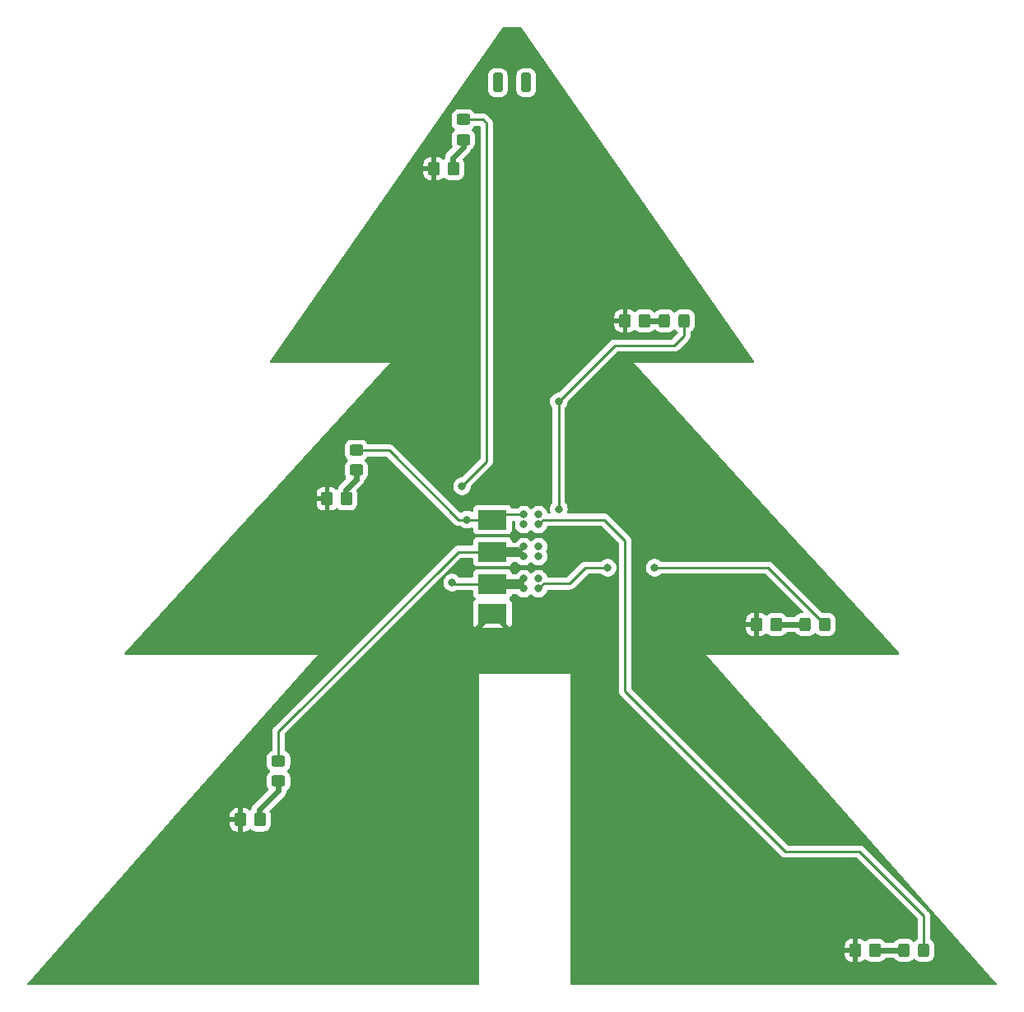
<source format=gbl>
G04 #@! TF.GenerationSoftware,KiCad,Pcbnew,7.0.8*
G04 #@! TF.CreationDate,2024-11-08T22:29:11+01:00*
G04 #@! TF.ProjectId,PCB_Christmas_Tree.kicad_pcb_bez_logo_AGH,5043425f-4368-4726-9973-746d61735f54,rev?*
G04 #@! TF.SameCoordinates,Original*
G04 #@! TF.FileFunction,Copper,L2,Bot*
G04 #@! TF.FilePolarity,Positive*
%FSLAX46Y46*%
G04 Gerber Fmt 4.6, Leading zero omitted, Abs format (unit mm)*
G04 Created by KiCad (PCBNEW 7.0.8) date 2024-11-08 22:29:11*
%MOMM*%
%LPD*%
G01*
G04 APERTURE LIST*
G04 Aperture macros list*
%AMRoundRect*
0 Rectangle with rounded corners*
0 $1 Rounding radius*
0 $2 $3 $4 $5 $6 $7 $8 $9 X,Y pos of 4 corners*
0 Add a 4 corners polygon primitive as box body*
4,1,4,$2,$3,$4,$5,$6,$7,$8,$9,$2,$3,0*
0 Add four circle primitives for the rounded corners*
1,1,$1+$1,$2,$3*
1,1,$1+$1,$4,$5*
1,1,$1+$1,$6,$7*
1,1,$1+$1,$8,$9*
0 Add four rect primitives between the rounded corners*
20,1,$1+$1,$2,$3,$4,$5,0*
20,1,$1+$1,$4,$5,$6,$7,0*
20,1,$1+$1,$6,$7,$8,$9,0*
20,1,$1+$1,$8,$9,$2,$3,0*%
G04 Aperture macros list end*
G04 #@! TA.AperFunction,SMDPad,CuDef*
%ADD10RoundRect,0.250000X-0.325000X-0.450000X0.325000X-0.450000X0.325000X0.450000X-0.325000X0.450000X0*%
G04 #@! TD*
G04 #@! TA.AperFunction,SMDPad,CuDef*
%ADD11RoundRect,0.250000X0.450000X-0.325000X0.450000X0.325000X-0.450000X0.325000X-0.450000X-0.325000X0*%
G04 #@! TD*
G04 #@! TA.AperFunction,SMDPad,CuDef*
%ADD12RoundRect,0.250000X0.350000X0.450000X-0.350000X0.450000X-0.350000X-0.450000X0.350000X-0.450000X0*%
G04 #@! TD*
G04 #@! TA.AperFunction,SMDPad,CuDef*
%ADD13RoundRect,0.250000X0.250000X0.750000X-0.250000X0.750000X-0.250000X-0.750000X0.250000X-0.750000X0*%
G04 #@! TD*
G04 #@! TA.AperFunction,SMDPad,CuDef*
%ADD14R,3.000000X2.000000*%
G04 #@! TD*
G04 #@! TA.AperFunction,ViaPad*
%ADD15C,0.800000*%
G04 #@! TD*
G04 #@! TA.AperFunction,Conductor*
%ADD16C,0.600000*%
G04 #@! TD*
G04 #@! TA.AperFunction,Conductor*
%ADD17C,0.250000*%
G04 #@! TD*
G04 #@! TA.AperFunction,Conductor*
%ADD18C,1.000000*%
G04 #@! TD*
G04 APERTURE END LIST*
D10*
X112508000Y-73758000D03*
X114558000Y-73758000D03*
X126986000Y-105000000D03*
X129036000Y-105000000D03*
D11*
X91823000Y-55098000D03*
X91823000Y-53048000D03*
D12*
X110469000Y-73758000D03*
X108469000Y-73758000D03*
D13*
X98293000Y-49247000D03*
D12*
X124011000Y-105000000D03*
X122011000Y-105000000D03*
X79823000Y-92073000D03*
X77823000Y-92073000D03*
D13*
X95372000Y-49247000D03*
D10*
X137146000Y-138528000D03*
X139196000Y-138528000D03*
D12*
X134171000Y-138528000D03*
X132171000Y-138528000D03*
X90823000Y-58098000D03*
X88823000Y-58098000D03*
D14*
X94823000Y-94208000D03*
X94823000Y-97510000D03*
X94823000Y-100812000D03*
X94823000Y-103860000D03*
D12*
X70910500Y-125098000D03*
X68910500Y-125098000D03*
D11*
X72823000Y-121098000D03*
X72823000Y-119048000D03*
X80823000Y-89123000D03*
X80823000Y-87073000D03*
D15*
X95423000Y-49298000D03*
X98323000Y-49298000D03*
X94102000Y-93697000D03*
X95626000Y-94713000D03*
X94102000Y-94713000D03*
X99563000Y-94713000D03*
X99563000Y-93697000D03*
X98039000Y-94713000D03*
X95626000Y-93697000D03*
X92197000Y-94208000D03*
X98039000Y-93697000D03*
X111501000Y-99158000D03*
X98039000Y-101317000D03*
X99563000Y-101317000D03*
X106675000Y-99158000D03*
X95626000Y-100301000D03*
X90673000Y-100682000D03*
X95626000Y-101317000D03*
X91689000Y-90776000D03*
X94102000Y-100301000D03*
X98039000Y-100301000D03*
X94102000Y-101317000D03*
X99563000Y-100301000D03*
X95626000Y-98015000D03*
X98039000Y-96999000D03*
X98039000Y-98015000D03*
X101645800Y-82038400D03*
X99563000Y-98015000D03*
X94102000Y-96999000D03*
X95626000Y-96999000D03*
X99563000Y-96999000D03*
X94102000Y-98015000D03*
X101645800Y-93112800D03*
X97023000Y-86458000D03*
X122118200Y-102917200D03*
X91943000Y-122018000D03*
X61310600Y-135937200D03*
X91943000Y-124558000D03*
X103823000Y-119478000D03*
X95753000Y-75028000D03*
X91943000Y-111858000D03*
X94737000Y-106778000D03*
X103823000Y-134718000D03*
X91943000Y-137258000D03*
X68981400Y-126996400D03*
X99004200Y-106778000D03*
X93975000Y-104365000D03*
X118816200Y-91893600D03*
X103823000Y-122018000D03*
X95753000Y-88998000D03*
X93975000Y-103349000D03*
X88844200Y-60092800D03*
X75890200Y-92147600D03*
X95753000Y-59788000D03*
X95753000Y-54708000D03*
X97023000Y-67408000D03*
X91943000Y-119478000D03*
X97023000Y-62328000D03*
X95753000Y-78838000D03*
X63190200Y-138020000D03*
X91943000Y-127098000D03*
X91943000Y-116938000D03*
X99563000Y-103349000D03*
X103823000Y-132178000D03*
X104744600Y-60092800D03*
X77769800Y-94179600D03*
X70657800Y-102714000D03*
X103823000Y-139798000D03*
X103823000Y-114398000D03*
X97023000Y-72488000D03*
X101722000Y-103857000D03*
X77922200Y-89760000D03*
X91943000Y-139798000D03*
X103823000Y-111858000D03*
X103823000Y-137258000D03*
X116835000Y-89861600D03*
X130398600Y-138477200D03*
X103823000Y-109318000D03*
X103823000Y-129638000D03*
X103823000Y-124558000D03*
X126639400Y-123999200D03*
X91943000Y-134718000D03*
X132227400Y-136445200D03*
X102103000Y-106778000D03*
X91943000Y-129638000D03*
X91943000Y-109318000D03*
X120086200Y-104949200D03*
X92095400Y-104034800D03*
X84119800Y-71726000D03*
X98039000Y-104365000D03*
X94483000Y-91538000D03*
X91943000Y-114398000D03*
X95499000Y-104365000D03*
X91943000Y-132178000D03*
X116733400Y-94230400D03*
X97023000Y-57248000D03*
X86344000Y-73561000D03*
X95753000Y-69948000D03*
X103823000Y-127098000D03*
X103823000Y-116938000D03*
X106623000Y-73704000D03*
X72588200Y-104746000D03*
X124759800Y-122018000D03*
X97023000Y-81378000D03*
X98039000Y-103349000D03*
X108503800Y-71675200D03*
X99563000Y-104365000D03*
X95753000Y-64868000D03*
X95753000Y-83918000D03*
X95499000Y-103349000D03*
D16*
X112508000Y-73758000D02*
X110381500Y-73758000D01*
X91823000Y-55894800D02*
X90735500Y-56982300D01*
X91823000Y-55098000D02*
X91823000Y-55894800D01*
X70823000Y-124088000D02*
X70823000Y-125098000D01*
X72823000Y-122088000D02*
X70823000Y-124088000D01*
X90735500Y-56982300D02*
X90735500Y-58098000D01*
X126986000Y-105000000D02*
X123923500Y-105000000D01*
X72823000Y-121098000D02*
X72823000Y-122088000D01*
D17*
X106297000Y-94208000D02*
X100068000Y-94208000D01*
X84176000Y-87073000D02*
X80823000Y-87073000D01*
X100068000Y-94208000D02*
X99563000Y-94713000D01*
X124963000Y-128368000D02*
X108453000Y-111858000D01*
X139196000Y-138528000D02*
X139196000Y-134981000D01*
X139196000Y-134981000D02*
X132583000Y-128368000D01*
X92197000Y-94208000D02*
X94823000Y-94208000D01*
X108453000Y-96364000D02*
X106297000Y-94208000D01*
X92197000Y-94208000D02*
X91311000Y-94208000D01*
X108453000Y-111858000D02*
X108453000Y-96364000D01*
X132583000Y-128368000D02*
X124963000Y-128368000D01*
X91311000Y-94208000D02*
X84176000Y-87073000D01*
X98039000Y-93697000D02*
X95626000Y-93697000D01*
X123194000Y-99158000D02*
X111501000Y-99158000D01*
X102763400Y-100783600D02*
X100096400Y-100783600D01*
X106675000Y-99158000D02*
X104389000Y-99158000D01*
X96108600Y-100834400D02*
X95626000Y-101317000D01*
X104389000Y-99158000D02*
X102763400Y-100783600D01*
X91823000Y-53048000D02*
X93839000Y-53048000D01*
X100096400Y-100783600D02*
X99563000Y-101317000D01*
X90673000Y-100682000D02*
X90803000Y-100812000D01*
X129036000Y-105000000D02*
X123194000Y-99158000D01*
D18*
X97556400Y-100834400D02*
X96108600Y-100834400D01*
D17*
X90803000Y-100812000D02*
X94823000Y-100812000D01*
X98039000Y-101317000D02*
X97556400Y-100834400D01*
X94229000Y-88236000D02*
X91689000Y-90776000D01*
X93839000Y-53048000D02*
X94229000Y-53438000D01*
X94229000Y-53438000D02*
X94229000Y-88236000D01*
X101645800Y-82038400D02*
X101645800Y-93112800D01*
X72823000Y-115992000D02*
X72823000Y-119048000D01*
X107386200Y-76298000D02*
X113533000Y-76298000D01*
X114558000Y-75273000D02*
X114558000Y-73758000D01*
X92095400Y-97510000D02*
X91305000Y-97510000D01*
X101645800Y-82038400D02*
X107386200Y-76298000D01*
D18*
X96210200Y-97583200D02*
X97454800Y-97583200D01*
D17*
X113533000Y-76298000D02*
X114558000Y-75273000D01*
X92095400Y-97510000D02*
X94823000Y-97510000D01*
X91305000Y-97510000D02*
X72823000Y-115992000D01*
X95626000Y-96999000D02*
X96210200Y-97583200D01*
X97454800Y-97583200D02*
X98039000Y-96999000D01*
D16*
X137146000Y-138528000D02*
X134083500Y-138528000D01*
X80823000Y-89123000D02*
X80823000Y-90059600D01*
X79735500Y-91147100D02*
X79735500Y-92073000D01*
X80823000Y-90059600D02*
X79735500Y-91147100D01*
G04 #@! TA.AperFunction,Conductor*
G36*
X97725032Y-43518185D02*
G01*
X97759743Y-43551628D01*
X121686308Y-77902628D01*
X121708472Y-77968889D01*
X121691294Y-78036614D01*
X121640228Y-78084301D01*
X121584558Y-78097500D01*
X109323952Y-78097500D01*
X109323006Y-78097458D01*
X109322902Y-78097500D01*
X109322901Y-78097500D01*
X109322821Y-78097532D01*
X109322634Y-78097601D01*
X109322633Y-78097601D01*
X109322621Y-78097606D01*
X109322545Y-78097791D01*
X109322453Y-78097987D01*
X109322538Y-78098193D01*
X109322603Y-78098370D01*
X109323298Y-78099065D01*
X124205053Y-94333706D01*
X135082946Y-106200499D01*
X136631390Y-107889710D01*
X136662180Y-107952430D01*
X136654173Y-108021839D01*
X136609911Y-108075901D01*
X136543448Y-108097452D01*
X136539983Y-108097500D01*
X116825648Y-108097500D01*
X116823022Y-108097416D01*
X116822585Y-108097580D01*
X116822407Y-108097973D01*
X116822567Y-108098392D01*
X116824370Y-108100309D01*
X146640090Y-141891459D01*
X146669684Y-141954751D01*
X146660362Y-142023996D01*
X146615084Y-142077209D01*
X146548224Y-142097495D01*
X146547110Y-142097500D01*
X102947500Y-142097500D01*
X102880461Y-142077815D01*
X102834706Y-142025011D01*
X102823500Y-141973500D01*
X102823500Y-138778000D01*
X131071001Y-138778000D01*
X131071001Y-139027986D01*
X131081494Y-139130697D01*
X131136641Y-139297119D01*
X131136643Y-139297124D01*
X131228684Y-139446345D01*
X131352654Y-139570315D01*
X131501875Y-139662356D01*
X131501880Y-139662358D01*
X131668302Y-139717505D01*
X131668309Y-139717506D01*
X131771019Y-139727999D01*
X131920999Y-139727999D01*
X131921000Y-139727998D01*
X131921000Y-138778000D01*
X131071001Y-138778000D01*
X102823500Y-138778000D01*
X102823500Y-138278000D01*
X131071000Y-138278000D01*
X131921000Y-138278000D01*
X131921000Y-137328000D01*
X131771027Y-137328000D01*
X131771012Y-137328001D01*
X131668302Y-137338494D01*
X131501880Y-137393641D01*
X131501875Y-137393643D01*
X131352654Y-137485684D01*
X131228684Y-137609654D01*
X131136643Y-137758875D01*
X131136641Y-137758880D01*
X131081494Y-137925302D01*
X131081493Y-137925309D01*
X131071000Y-138028013D01*
X131071000Y-138278000D01*
X102823500Y-138278000D01*
X102823500Y-110122759D01*
X102823528Y-110122616D01*
X102823524Y-110122616D01*
X102823539Y-110098002D01*
X102823541Y-110098000D01*
X102823462Y-110097808D01*
X102823384Y-110097618D01*
X102823382Y-110097616D01*
X102823099Y-110097500D01*
X102823000Y-110097459D01*
X102798446Y-110097459D01*
X102798240Y-110097500D01*
X93491760Y-110097500D01*
X93491554Y-110097459D01*
X93467000Y-110097459D01*
X93466901Y-110097500D01*
X93466617Y-110097616D01*
X93466615Y-110097618D01*
X93466459Y-110097999D01*
X93466476Y-110122616D01*
X93466471Y-110122616D01*
X93466500Y-110122759D01*
X93466500Y-141959537D01*
X93446815Y-142026576D01*
X93394011Y-142072331D01*
X93342537Y-142083537D01*
X47098997Y-142097416D01*
X47031952Y-142077752D01*
X46986181Y-142024961D01*
X46976217Y-141955806D01*
X47005223Y-141892241D01*
X47005907Y-141891459D01*
X61603077Y-125348000D01*
X67810501Y-125348000D01*
X67810501Y-125597986D01*
X67820994Y-125700697D01*
X67876141Y-125867119D01*
X67876143Y-125867124D01*
X67968184Y-126016345D01*
X68092154Y-126140315D01*
X68241375Y-126232356D01*
X68241380Y-126232358D01*
X68407802Y-126287505D01*
X68407809Y-126287506D01*
X68510519Y-126297999D01*
X68660499Y-126297999D01*
X69160500Y-126297999D01*
X69310472Y-126297999D01*
X69310486Y-126297998D01*
X69413197Y-126287505D01*
X69579619Y-126232358D01*
X69579624Y-126232356D01*
X69728842Y-126140317D01*
X69822464Y-126046695D01*
X69883787Y-126013210D01*
X69953479Y-126018194D01*
X69997827Y-126046695D01*
X70091844Y-126140712D01*
X70241166Y-126232814D01*
X70407703Y-126287999D01*
X70510491Y-126298500D01*
X71310508Y-126298499D01*
X71310516Y-126298498D01*
X71310519Y-126298498D01*
X71366802Y-126292748D01*
X71413297Y-126287999D01*
X71579834Y-126232814D01*
X71729156Y-126140712D01*
X71853212Y-126016656D01*
X71945314Y-125867334D01*
X72000499Y-125700797D01*
X72011000Y-125598009D01*
X72010999Y-124597992D01*
X72000499Y-124495203D01*
X71945314Y-124328666D01*
X71945310Y-124328660D01*
X71945309Y-124328657D01*
X71908697Y-124269300D01*
X71890256Y-124201908D01*
X71911178Y-124135244D01*
X71926549Y-124116527D01*
X73420826Y-122622252D01*
X73452816Y-122590262D01*
X73475037Y-122554895D01*
X73479052Y-122549236D01*
X73505091Y-122516587D01*
X73523209Y-122478961D01*
X73526565Y-122472889D01*
X73548789Y-122437522D01*
X73562580Y-122398105D01*
X73565236Y-122391693D01*
X73583360Y-122354061D01*
X73592658Y-122313321D01*
X73594571Y-122306680D01*
X73608368Y-122267255D01*
X73613043Y-122225760D01*
X73614208Y-122218905D01*
X73615726Y-122212249D01*
X73623500Y-122178194D01*
X73623500Y-122157797D01*
X73643185Y-122090758D01*
X73682403Y-122052258D01*
X73741656Y-122015712D01*
X73865712Y-121891656D01*
X73957814Y-121742334D01*
X74012999Y-121575797D01*
X74023500Y-121473009D01*
X74023499Y-120722992D01*
X74012999Y-120620203D01*
X73957814Y-120453666D01*
X73865712Y-120304344D01*
X73741656Y-120180288D01*
X73738819Y-120178538D01*
X73737283Y-120176830D01*
X73735989Y-120175807D01*
X73736163Y-120175585D01*
X73692096Y-120126594D01*
X73680872Y-120057632D01*
X73708713Y-119993549D01*
X73738817Y-119967462D01*
X73741656Y-119965712D01*
X73865712Y-119841656D01*
X73957814Y-119692334D01*
X74012999Y-119525797D01*
X74023500Y-119423009D01*
X74023499Y-118672992D01*
X74012999Y-118570203D01*
X73957814Y-118403666D01*
X73865712Y-118254344D01*
X73741656Y-118130288D01*
X73592334Y-118038186D01*
X73533493Y-118018688D01*
X73476051Y-117978916D01*
X73449228Y-117914400D01*
X73448500Y-117900983D01*
X73448500Y-116302452D01*
X73468185Y-116235413D01*
X73484819Y-116214771D01*
X84339592Y-105359999D01*
X93676552Y-105359999D01*
X93676553Y-105360000D01*
X95969447Y-105360000D01*
X95969447Y-105359999D01*
X94823000Y-104213553D01*
X93676552Y-105359999D01*
X84339592Y-105359999D01*
X89017591Y-100682000D01*
X89767540Y-100682000D01*
X89787326Y-100870256D01*
X89787327Y-100870259D01*
X89845818Y-101050277D01*
X89845821Y-101050284D01*
X89940467Y-101214216D01*
X90001293Y-101281770D01*
X90067129Y-101354888D01*
X90220265Y-101466148D01*
X90220270Y-101466151D01*
X90393192Y-101543142D01*
X90393197Y-101543144D01*
X90578354Y-101582500D01*
X90578355Y-101582500D01*
X90767644Y-101582500D01*
X90767646Y-101582500D01*
X90952803Y-101543144D01*
X91125730Y-101466151D01*
X91126787Y-101465383D01*
X91132570Y-101461182D01*
X91198376Y-101437702D01*
X91205455Y-101437500D01*
X92698501Y-101437500D01*
X92765540Y-101457185D01*
X92811295Y-101509989D01*
X92822501Y-101561500D01*
X92822501Y-101859876D01*
X92828908Y-101919483D01*
X92879202Y-102054328D01*
X92879206Y-102054335D01*
X92965452Y-102169544D01*
X92965455Y-102169547D01*
X93055621Y-102237046D01*
X93097492Y-102292980D01*
X93102476Y-102362671D01*
X93068990Y-102423994D01*
X93055622Y-102435578D01*
X92965809Y-102502812D01*
X92879649Y-102617906D01*
X92879645Y-102617913D01*
X92829403Y-102752620D01*
X92829401Y-102752627D01*
X92823000Y-102812155D01*
X92823000Y-104907844D01*
X92829401Y-104967372D01*
X92829403Y-104967379D01*
X92879645Y-105102086D01*
X92879649Y-105102093D01*
X92965808Y-105217185D01*
X92965817Y-105217194D01*
X93049560Y-105279885D01*
X93049562Y-105279884D01*
X94735318Y-103594128D01*
X94796641Y-103560643D01*
X94866333Y-103565627D01*
X94910680Y-103594128D01*
X96596436Y-105279884D01*
X96680190Y-105217186D01*
X96766350Y-105102093D01*
X96766354Y-105102086D01*
X96816596Y-104967379D01*
X96816598Y-104967372D01*
X96822999Y-104907844D01*
X96823000Y-104907827D01*
X96823000Y-102812172D01*
X96822999Y-102812155D01*
X96816598Y-102752627D01*
X96816596Y-102752620D01*
X96766354Y-102617913D01*
X96766350Y-102617906D01*
X96680190Y-102502813D01*
X96590378Y-102435579D01*
X96548507Y-102379645D01*
X96543523Y-102309953D01*
X96577008Y-102248630D01*
X96590371Y-102237050D01*
X96680546Y-102169546D01*
X96766796Y-102054331D01*
X96817091Y-101919483D01*
X96818552Y-101915567D01*
X96860423Y-101859633D01*
X96925887Y-101835216D01*
X96934734Y-101834900D01*
X97238368Y-101834900D01*
X97305407Y-101854585D01*
X97330516Y-101875926D01*
X97433129Y-101989888D01*
X97433132Y-101989890D01*
X97586265Y-102101148D01*
X97586270Y-102101151D01*
X97759192Y-102178142D01*
X97759197Y-102178144D01*
X97944354Y-102217500D01*
X97944355Y-102217500D01*
X98133644Y-102217500D01*
X98133646Y-102217500D01*
X98318803Y-102178144D01*
X98491730Y-102101151D01*
X98644871Y-101989888D01*
X98708850Y-101918831D01*
X98768337Y-101882183D01*
X98838194Y-101883514D01*
X98893150Y-101918832D01*
X98957129Y-101989888D01*
X99110265Y-102101148D01*
X99110270Y-102101151D01*
X99283192Y-102178142D01*
X99283197Y-102178144D01*
X99468354Y-102217500D01*
X99468355Y-102217500D01*
X99657644Y-102217500D01*
X99657646Y-102217500D01*
X99842803Y-102178144D01*
X100015730Y-102101151D01*
X100168871Y-101989888D01*
X100295533Y-101849216D01*
X100390179Y-101685284D01*
X100448674Y-101505256D01*
X100448674Y-101505255D01*
X100450682Y-101499076D01*
X100452384Y-101499629D01*
X100481434Y-101445832D01*
X100542599Y-101412059D01*
X100569526Y-101409100D01*
X102680657Y-101409100D01*
X102696277Y-101410824D01*
X102696304Y-101410539D01*
X102704060Y-101411271D01*
X102704067Y-101411273D01*
X102773214Y-101409100D01*
X102802750Y-101409100D01*
X102809628Y-101408230D01*
X102815441Y-101407772D01*
X102862027Y-101406309D01*
X102881269Y-101400717D01*
X102900312Y-101396774D01*
X102920192Y-101394264D01*
X102963522Y-101377107D01*
X102969046Y-101375217D01*
X102972796Y-101374127D01*
X103013790Y-101362218D01*
X103031029Y-101352022D01*
X103048503Y-101343462D01*
X103067127Y-101336088D01*
X103067127Y-101336087D01*
X103067132Y-101336086D01*
X103104849Y-101308682D01*
X103109705Y-101305492D01*
X103149820Y-101281770D01*
X103163989Y-101267599D01*
X103178779Y-101254968D01*
X103194987Y-101243194D01*
X103224699Y-101207276D01*
X103228612Y-101202976D01*
X104611771Y-99819819D01*
X104673094Y-99786334D01*
X104699452Y-99783500D01*
X105971252Y-99783500D01*
X106038291Y-99803185D01*
X106063400Y-99824526D01*
X106069126Y-99830885D01*
X106069130Y-99830889D01*
X106222265Y-99942148D01*
X106222270Y-99942151D01*
X106395192Y-100019142D01*
X106395197Y-100019144D01*
X106580354Y-100058500D01*
X106580355Y-100058500D01*
X106769644Y-100058500D01*
X106769646Y-100058500D01*
X106954803Y-100019144D01*
X107127730Y-99942151D01*
X107280871Y-99830888D01*
X107407533Y-99690216D01*
X107502179Y-99526284D01*
X107560674Y-99346256D01*
X107580179Y-99160668D01*
X107580892Y-99158936D01*
X107580179Y-99155329D01*
X107578817Y-99142368D01*
X107560674Y-98969744D01*
X107502179Y-98789716D01*
X107407533Y-98625784D01*
X107280871Y-98485112D01*
X107280870Y-98485111D01*
X107127734Y-98373851D01*
X107127729Y-98373848D01*
X106954807Y-98296857D01*
X106954802Y-98296855D01*
X106779055Y-98259500D01*
X106769646Y-98257500D01*
X106580354Y-98257500D01*
X106570945Y-98259500D01*
X106395197Y-98296855D01*
X106395192Y-98296857D01*
X106222270Y-98373848D01*
X106222265Y-98373851D01*
X106069130Y-98485110D01*
X106069126Y-98485114D01*
X106063400Y-98491474D01*
X106003913Y-98528121D01*
X105971252Y-98532500D01*
X104471743Y-98532500D01*
X104456122Y-98530775D01*
X104456095Y-98531061D01*
X104448333Y-98530326D01*
X104379172Y-98532500D01*
X104349649Y-98532500D01*
X104342778Y-98533367D01*
X104336959Y-98533825D01*
X104290374Y-98535289D01*
X104290368Y-98535290D01*
X104271126Y-98540880D01*
X104252087Y-98544823D01*
X104232217Y-98547334D01*
X104232203Y-98547337D01*
X104188883Y-98564488D01*
X104183358Y-98566380D01*
X104138613Y-98579380D01*
X104138610Y-98579381D01*
X104121366Y-98589579D01*
X104103905Y-98598133D01*
X104085274Y-98605510D01*
X104085262Y-98605517D01*
X104047570Y-98632902D01*
X104042687Y-98636109D01*
X104002580Y-98659829D01*
X103988414Y-98673995D01*
X103973624Y-98686627D01*
X103957414Y-98698404D01*
X103957411Y-98698407D01*
X103927710Y-98734309D01*
X103923777Y-98738631D01*
X102540628Y-100121781D01*
X102479305Y-100155266D01*
X102452947Y-100158100D01*
X100553502Y-100158100D01*
X100486463Y-100138415D01*
X100440708Y-100085611D01*
X100435571Y-100072418D01*
X100432348Y-100062500D01*
X100390179Y-99932716D01*
X100295533Y-99768784D01*
X100168871Y-99628112D01*
X100088434Y-99569671D01*
X100015734Y-99516851D01*
X100015729Y-99516848D01*
X99842807Y-99439857D01*
X99842802Y-99439855D01*
X99697001Y-99408865D01*
X99657646Y-99400500D01*
X99468354Y-99400500D01*
X99435897Y-99407398D01*
X99283197Y-99439855D01*
X99283192Y-99439857D01*
X99110270Y-99516848D01*
X99110265Y-99516851D01*
X98957129Y-99628111D01*
X98957128Y-99628112D01*
X98893149Y-99699168D01*
X98833663Y-99735816D01*
X98763806Y-99734485D01*
X98708851Y-99699168D01*
X98644871Y-99628112D01*
X98644870Y-99628111D01*
X98491734Y-99516851D01*
X98491729Y-99516848D01*
X98318807Y-99439857D01*
X98318802Y-99439855D01*
X98173001Y-99408865D01*
X98133646Y-99400500D01*
X97944354Y-99400500D01*
X97911897Y-99407398D01*
X97759197Y-99439855D01*
X97759192Y-99439857D01*
X97586270Y-99516848D01*
X97586265Y-99516851D01*
X97433129Y-99628111D01*
X97306467Y-99768783D01*
X97304670Y-99771897D01*
X97303156Y-99773340D01*
X97302645Y-99774044D01*
X97302516Y-99773950D01*
X97254104Y-99820114D01*
X97197281Y-99833900D01*
X96942384Y-99833900D01*
X96875345Y-99814215D01*
X96829590Y-99761411D01*
X96819094Y-99723151D01*
X96817091Y-99704516D01*
X96766797Y-99569671D01*
X96766793Y-99569664D01*
X96680547Y-99454455D01*
X96680544Y-99454452D01*
X96565335Y-99368206D01*
X96565328Y-99368202D01*
X96430482Y-99317908D01*
X96430483Y-99317908D01*
X96370883Y-99311501D01*
X96370881Y-99311500D01*
X96370873Y-99311500D01*
X96370864Y-99311500D01*
X93275129Y-99311500D01*
X93275123Y-99311501D01*
X93215516Y-99317908D01*
X93080671Y-99368202D01*
X93080664Y-99368206D01*
X92965455Y-99454452D01*
X92965452Y-99454455D01*
X92879206Y-99569664D01*
X92879202Y-99569671D01*
X92828908Y-99704517D01*
X92822501Y-99764116D01*
X92822500Y-99764135D01*
X92822500Y-100062500D01*
X92802815Y-100129539D01*
X92750011Y-100175294D01*
X92698500Y-100186500D01*
X91493800Y-100186500D01*
X91426761Y-100166815D01*
X91401650Y-100145472D01*
X91278870Y-100009111D01*
X91125734Y-99897851D01*
X91125729Y-99897848D01*
X90952807Y-99820857D01*
X90952802Y-99820855D01*
X90777055Y-99783500D01*
X90767646Y-99781500D01*
X90578354Y-99781500D01*
X90568945Y-99783500D01*
X90393197Y-99820855D01*
X90393192Y-99820857D01*
X90220270Y-99897848D01*
X90220265Y-99897851D01*
X90067129Y-100009111D01*
X89940466Y-100149785D01*
X89845821Y-100313715D01*
X89845818Y-100313722D01*
X89787327Y-100493740D01*
X89787326Y-100493744D01*
X89767540Y-100682000D01*
X89017591Y-100682000D01*
X91527772Y-98171819D01*
X91589095Y-98138334D01*
X91615453Y-98135500D01*
X92016381Y-98135500D01*
X92698501Y-98135500D01*
X92765540Y-98155185D01*
X92811295Y-98207989D01*
X92822501Y-98259500D01*
X92822501Y-98557876D01*
X92828908Y-98617483D01*
X92879202Y-98752328D01*
X92879206Y-98752335D01*
X92965452Y-98867544D01*
X92965455Y-98867547D01*
X93080664Y-98953793D01*
X93080671Y-98953797D01*
X93215517Y-99004091D01*
X93215516Y-99004091D01*
X93222444Y-99004835D01*
X93275127Y-99010500D01*
X96370872Y-99010499D01*
X96430483Y-99004091D01*
X96565331Y-98953796D01*
X96680546Y-98867546D01*
X96766796Y-98752331D01*
X96783042Y-98708773D01*
X96799605Y-98664367D01*
X96841476Y-98608433D01*
X96906941Y-98584016D01*
X96915787Y-98583700D01*
X97284108Y-98583700D01*
X97351147Y-98603385D01*
X97376257Y-98624727D01*
X97433128Y-98687887D01*
X97433135Y-98687893D01*
X97586265Y-98799148D01*
X97586270Y-98799151D01*
X97759192Y-98876142D01*
X97759197Y-98876144D01*
X97944354Y-98915500D01*
X97944355Y-98915500D01*
X98133644Y-98915500D01*
X98133646Y-98915500D01*
X98318803Y-98876144D01*
X98491730Y-98799151D01*
X98644871Y-98687888D01*
X98708850Y-98616831D01*
X98768337Y-98580183D01*
X98838194Y-98581514D01*
X98893149Y-98616831D01*
X98935951Y-98664367D01*
X98957129Y-98687888D01*
X99110265Y-98799148D01*
X99110270Y-98799151D01*
X99283192Y-98876142D01*
X99283197Y-98876144D01*
X99468354Y-98915500D01*
X99468355Y-98915500D01*
X99657644Y-98915500D01*
X99657646Y-98915500D01*
X99842803Y-98876144D01*
X100015730Y-98799151D01*
X100168871Y-98687888D01*
X100295533Y-98547216D01*
X100390179Y-98383284D01*
X100448674Y-98203256D01*
X100468460Y-98015000D01*
X100448674Y-97826744D01*
X100390179Y-97646716D01*
X100345308Y-97568997D01*
X100328836Y-97501100D01*
X100345308Y-97445002D01*
X100390179Y-97367284D01*
X100448674Y-97187256D01*
X100468460Y-96999000D01*
X100448674Y-96810744D01*
X100390179Y-96630716D01*
X100295533Y-96466784D01*
X100168871Y-96326112D01*
X100166859Y-96324650D01*
X100015734Y-96214851D01*
X100015729Y-96214848D01*
X99842807Y-96137857D01*
X99842802Y-96137855D01*
X99697001Y-96106865D01*
X99657646Y-96098500D01*
X99468354Y-96098500D01*
X99435897Y-96105398D01*
X99283197Y-96137855D01*
X99283192Y-96137857D01*
X99110270Y-96214848D01*
X99110265Y-96214851D01*
X98957129Y-96326111D01*
X98957128Y-96326112D01*
X98893149Y-96397168D01*
X98833663Y-96433816D01*
X98763806Y-96432485D01*
X98708851Y-96397168D01*
X98644871Y-96326112D01*
X98644870Y-96326111D01*
X98491734Y-96214851D01*
X98491729Y-96214848D01*
X98318807Y-96137857D01*
X98318802Y-96137855D01*
X98173001Y-96106865D01*
X98133646Y-96098500D01*
X97944354Y-96098500D01*
X97911897Y-96105398D01*
X97759197Y-96137855D01*
X97759192Y-96137857D01*
X97586270Y-96214848D01*
X97586265Y-96214851D01*
X97433129Y-96326111D01*
X97306465Y-96466785D01*
X97275338Y-96520700D01*
X97224771Y-96568916D01*
X97167951Y-96582700D01*
X96947493Y-96582700D01*
X96880454Y-96563015D01*
X96834699Y-96510211D01*
X96823670Y-96465324D01*
X96823499Y-96462135D01*
X96823499Y-96462128D01*
X96817091Y-96402517D01*
X96788593Y-96326111D01*
X96766797Y-96267671D01*
X96766793Y-96267664D01*
X96680547Y-96152455D01*
X96680544Y-96152452D01*
X96565335Y-96066206D01*
X96565328Y-96066202D01*
X96430482Y-96015908D01*
X96430483Y-96015908D01*
X96370883Y-96009501D01*
X96370881Y-96009500D01*
X96370873Y-96009500D01*
X96370864Y-96009500D01*
X93275129Y-96009500D01*
X93275123Y-96009501D01*
X93215516Y-96015908D01*
X93080671Y-96066202D01*
X93080664Y-96066206D01*
X92965455Y-96152452D01*
X92965452Y-96152455D01*
X92879206Y-96267664D01*
X92879202Y-96267671D01*
X92828908Y-96402517D01*
X92822501Y-96462116D01*
X92822501Y-96462125D01*
X92822500Y-96462135D01*
X92822500Y-96760500D01*
X92802815Y-96827539D01*
X92750011Y-96873294D01*
X92698500Y-96884500D01*
X91387738Y-96884500D01*
X91372121Y-96882776D01*
X91372094Y-96883062D01*
X91364332Y-96882327D01*
X91295204Y-96884500D01*
X91265650Y-96884500D01*
X91264929Y-96884590D01*
X91258757Y-96885369D01*
X91252945Y-96885826D01*
X91206373Y-96887290D01*
X91206372Y-96887290D01*
X91187129Y-96892881D01*
X91168079Y-96896825D01*
X91148211Y-96899334D01*
X91104884Y-96916488D01*
X91099358Y-96918379D01*
X91054614Y-96931379D01*
X91054610Y-96931381D01*
X91037366Y-96941579D01*
X91019905Y-96950133D01*
X91001274Y-96957510D01*
X91001262Y-96957517D01*
X90963570Y-96984902D01*
X90958687Y-96988109D01*
X90918580Y-97011829D01*
X90904414Y-97025995D01*
X90889624Y-97038627D01*
X90873414Y-97050404D01*
X90873411Y-97050407D01*
X90843710Y-97086309D01*
X90839777Y-97090631D01*
X72439208Y-115491199D01*
X72426951Y-115501020D01*
X72427134Y-115501241D01*
X72421123Y-115506213D01*
X72373772Y-115556636D01*
X72352889Y-115577519D01*
X72352877Y-115577532D01*
X72348621Y-115583017D01*
X72344837Y-115587447D01*
X72312937Y-115621418D01*
X72312936Y-115621420D01*
X72303284Y-115638976D01*
X72292610Y-115655226D01*
X72280329Y-115671061D01*
X72280324Y-115671068D01*
X72261815Y-115713838D01*
X72259245Y-115719084D01*
X72236803Y-115759906D01*
X72231822Y-115779307D01*
X72225521Y-115797710D01*
X72217562Y-115816102D01*
X72217561Y-115816105D01*
X72210271Y-115862127D01*
X72209087Y-115867846D01*
X72197501Y-115912972D01*
X72197500Y-115912982D01*
X72197500Y-115933016D01*
X72195973Y-115952415D01*
X72192840Y-115972194D01*
X72192840Y-115972195D01*
X72197225Y-116018583D01*
X72197500Y-116024421D01*
X72197500Y-117900983D01*
X72177815Y-117968022D01*
X72125011Y-118013777D01*
X72112510Y-118018686D01*
X72053666Y-118038186D01*
X72053663Y-118038187D01*
X71904342Y-118130289D01*
X71780289Y-118254342D01*
X71688187Y-118403663D01*
X71688186Y-118403666D01*
X71633001Y-118570203D01*
X71633001Y-118570204D01*
X71633000Y-118570204D01*
X71622500Y-118672983D01*
X71622500Y-119423001D01*
X71622501Y-119423019D01*
X71633000Y-119525796D01*
X71633001Y-119525799D01*
X71688185Y-119692331D01*
X71688187Y-119692336D01*
X71780289Y-119841657D01*
X71904346Y-119965714D01*
X71907182Y-119967463D01*
X71908717Y-119969170D01*
X71910011Y-119970193D01*
X71909836Y-119970414D01*
X71953905Y-120019411D01*
X71965126Y-120088374D01*
X71937282Y-120152456D01*
X71907182Y-120178537D01*
X71904346Y-120180285D01*
X71780289Y-120304342D01*
X71688187Y-120453663D01*
X71688186Y-120453666D01*
X71633001Y-120620203D01*
X71633001Y-120620204D01*
X71633000Y-120620204D01*
X71622500Y-120722983D01*
X71622500Y-121473001D01*
X71622501Y-121473019D01*
X71633000Y-121575796D01*
X71633001Y-121575799D01*
X71688185Y-121742331D01*
X71688189Y-121742340D01*
X71769628Y-121874374D01*
X71788068Y-121941766D01*
X71767145Y-122008430D01*
X71751770Y-122027151D01*
X70320738Y-123458184D01*
X70193186Y-123585735D01*
X70193183Y-123585739D01*
X70170966Y-123621096D01*
X70166941Y-123626769D01*
X70140910Y-123659410D01*
X70122791Y-123697033D01*
X70119427Y-123703120D01*
X70097212Y-123738476D01*
X70097208Y-123738483D01*
X70083416Y-123777895D01*
X70080755Y-123784320D01*
X70062639Y-123821939D01*
X70053344Y-123862659D01*
X70051419Y-123869341D01*
X70037632Y-123908744D01*
X70032955Y-123950235D01*
X70031791Y-123957089D01*
X70022500Y-123997806D01*
X70022500Y-124049977D01*
X70002815Y-124117016D01*
X69950011Y-124162771D01*
X69880853Y-124172715D01*
X69817297Y-124143690D01*
X69810819Y-124137658D01*
X69728845Y-124055684D01*
X69579624Y-123963643D01*
X69579619Y-123963641D01*
X69413197Y-123908494D01*
X69413190Y-123908493D01*
X69310486Y-123898000D01*
X69160500Y-123898000D01*
X69160500Y-126297999D01*
X68660499Y-126297999D01*
X68660500Y-126297998D01*
X68660500Y-125348000D01*
X67810501Y-125348000D01*
X61603077Y-125348000D01*
X62044253Y-124848000D01*
X67810500Y-124848000D01*
X68660500Y-124848000D01*
X68660500Y-123898000D01*
X68510527Y-123898000D01*
X68510512Y-123898001D01*
X68407802Y-123908494D01*
X68241380Y-123963641D01*
X68241375Y-123963643D01*
X68092154Y-124055684D01*
X67968184Y-124179654D01*
X67876143Y-124328875D01*
X67876141Y-124328880D01*
X67820994Y-124495302D01*
X67820993Y-124495309D01*
X67810500Y-124598013D01*
X67810500Y-124848000D01*
X62044253Y-124848000D01*
X76821664Y-108100268D01*
X76823463Y-108098352D01*
X76823596Y-108097998D01*
X76823594Y-108097908D01*
X76823441Y-108097568D01*
X76823427Y-108097556D01*
X76823059Y-108097417D01*
X76820396Y-108097500D01*
X57106018Y-108097500D01*
X57038979Y-108077815D01*
X56993224Y-108025011D01*
X56983280Y-107955853D01*
X57012305Y-107892297D01*
X57014611Y-107889710D01*
X71284094Y-92323000D01*
X76723001Y-92323000D01*
X76723001Y-92572986D01*
X76733494Y-92675697D01*
X76788641Y-92842119D01*
X76788643Y-92842124D01*
X76880684Y-92991345D01*
X77004654Y-93115315D01*
X77153875Y-93207356D01*
X77153880Y-93207358D01*
X77320302Y-93262505D01*
X77320309Y-93262506D01*
X77423019Y-93272999D01*
X77572999Y-93272999D01*
X78073000Y-93272999D01*
X78222972Y-93272999D01*
X78222986Y-93272998D01*
X78325697Y-93262505D01*
X78492119Y-93207358D01*
X78492124Y-93207356D01*
X78641342Y-93115317D01*
X78734964Y-93021695D01*
X78796287Y-92988210D01*
X78865979Y-92993194D01*
X78910327Y-93021695D01*
X79004344Y-93115712D01*
X79153666Y-93207814D01*
X79320203Y-93262999D01*
X79422991Y-93273500D01*
X80223008Y-93273499D01*
X80223016Y-93273498D01*
X80223019Y-93273498D01*
X80279302Y-93267748D01*
X80325797Y-93262999D01*
X80492334Y-93207814D01*
X80641656Y-93115712D01*
X80765712Y-92991656D01*
X80857814Y-92842334D01*
X80912999Y-92675797D01*
X80923500Y-92573009D01*
X80923499Y-91572992D01*
X80912999Y-91470203D01*
X80857814Y-91303666D01*
X80853279Y-91296314D01*
X80834840Y-91228923D01*
X80855763Y-91162260D01*
X80871132Y-91143544D01*
X81420826Y-90593852D01*
X81452816Y-90561862D01*
X81475037Y-90526495D01*
X81479052Y-90520836D01*
X81505091Y-90488187D01*
X81523209Y-90450561D01*
X81526565Y-90444489D01*
X81548789Y-90409122D01*
X81562580Y-90369705D01*
X81565236Y-90363293D01*
X81583360Y-90325661D01*
X81592658Y-90284921D01*
X81594571Y-90278280D01*
X81608368Y-90238855D01*
X81613043Y-90197360D01*
X81614207Y-90190507D01*
X81621553Y-90158324D01*
X81655661Y-90097345D01*
X81677341Y-90080380D01*
X81741656Y-90040712D01*
X81865712Y-89916656D01*
X81957814Y-89767334D01*
X82012999Y-89600797D01*
X82023500Y-89498009D01*
X82023499Y-88747992D01*
X82022356Y-88736806D01*
X82012999Y-88645203D01*
X82012998Y-88645200D01*
X82011456Y-88640548D01*
X81957814Y-88478666D01*
X81865712Y-88329344D01*
X81741656Y-88205288D01*
X81738819Y-88203538D01*
X81737283Y-88201830D01*
X81735989Y-88200807D01*
X81736163Y-88200585D01*
X81692096Y-88151594D01*
X81680872Y-88082632D01*
X81708713Y-88018549D01*
X81738817Y-87992462D01*
X81741656Y-87990712D01*
X81865712Y-87866656D01*
X81933099Y-87757402D01*
X81985047Y-87710679D01*
X82038638Y-87698500D01*
X83865548Y-87698500D01*
X83932587Y-87718185D01*
X83953229Y-87734819D01*
X90810194Y-94591784D01*
X90820019Y-94604048D01*
X90820240Y-94603866D01*
X90825210Y-94609873D01*
X90825213Y-94609876D01*
X90825214Y-94609877D01*
X90875651Y-94657241D01*
X90896530Y-94678120D01*
X90902004Y-94682366D01*
X90906442Y-94686156D01*
X90940418Y-94718062D01*
X90940422Y-94718064D01*
X90957973Y-94727713D01*
X90974231Y-94738392D01*
X90990064Y-94750674D01*
X91012015Y-94760172D01*
X91032837Y-94769183D01*
X91038081Y-94771752D01*
X91078908Y-94794197D01*
X91098312Y-94799179D01*
X91116710Y-94805478D01*
X91135105Y-94813438D01*
X91181129Y-94820726D01*
X91186832Y-94821907D01*
X91231981Y-94833500D01*
X91252016Y-94833500D01*
X91271413Y-94835026D01*
X91291196Y-94838160D01*
X91337584Y-94833775D01*
X91343422Y-94833500D01*
X91493252Y-94833500D01*
X91560291Y-94853185D01*
X91585400Y-94874526D01*
X91591126Y-94880885D01*
X91591130Y-94880889D01*
X91744265Y-94992148D01*
X91744270Y-94992151D01*
X91917192Y-95069142D01*
X91917197Y-95069144D01*
X92102354Y-95108500D01*
X92102355Y-95108500D01*
X92291644Y-95108500D01*
X92291646Y-95108500D01*
X92476803Y-95069144D01*
X92648066Y-94992891D01*
X92717313Y-94983606D01*
X92780590Y-95013234D01*
X92817804Y-95072369D01*
X92822500Y-95106170D01*
X92822500Y-95255869D01*
X92822501Y-95255876D01*
X92828908Y-95315483D01*
X92879202Y-95450328D01*
X92879206Y-95450335D01*
X92965452Y-95565544D01*
X92965455Y-95565547D01*
X93080664Y-95651793D01*
X93080671Y-95651797D01*
X93215517Y-95702091D01*
X93215516Y-95702091D01*
X93222444Y-95702835D01*
X93275127Y-95708500D01*
X96370872Y-95708499D01*
X96430483Y-95702091D01*
X96565331Y-95651796D01*
X96680546Y-95565546D01*
X96766796Y-95450331D01*
X96817091Y-95315483D01*
X96823500Y-95255873D01*
X96823500Y-94446500D01*
X96843185Y-94379461D01*
X96895989Y-94333706D01*
X96947500Y-94322500D01*
X97048368Y-94322500D01*
X97115407Y-94342185D01*
X97161162Y-94394989D01*
X97171106Y-94464147D01*
X97166300Y-94484813D01*
X97160645Y-94502217D01*
X97153326Y-94524742D01*
X97153326Y-94524744D01*
X97133540Y-94713000D01*
X97153326Y-94901256D01*
X97153327Y-94901259D01*
X97211818Y-95081277D01*
X97211821Y-95081284D01*
X97306467Y-95245216D01*
X97369150Y-95314832D01*
X97433129Y-95385888D01*
X97586265Y-95497148D01*
X97586270Y-95497151D01*
X97759192Y-95574142D01*
X97759197Y-95574144D01*
X97944354Y-95613500D01*
X97944355Y-95613500D01*
X98133644Y-95613500D01*
X98133646Y-95613500D01*
X98318803Y-95574144D01*
X98491730Y-95497151D01*
X98644871Y-95385888D01*
X98708850Y-95314831D01*
X98768337Y-95278183D01*
X98838194Y-95279514D01*
X98893150Y-95314832D01*
X98957129Y-95385888D01*
X99110265Y-95497148D01*
X99110270Y-95497151D01*
X99283192Y-95574142D01*
X99283197Y-95574144D01*
X99468354Y-95613500D01*
X99468355Y-95613500D01*
X99657644Y-95613500D01*
X99657646Y-95613500D01*
X99842803Y-95574144D01*
X100015730Y-95497151D01*
X100168871Y-95385888D01*
X100295533Y-95245216D01*
X100390179Y-95081284D01*
X100442849Y-94919180D01*
X100482286Y-94861507D01*
X100546645Y-94834308D01*
X100560780Y-94833500D01*
X105986548Y-94833500D01*
X106053587Y-94853185D01*
X106074229Y-94869819D01*
X107791181Y-96586771D01*
X107824666Y-96648094D01*
X107827500Y-96674452D01*
X107827500Y-99142368D01*
X107825093Y-99150562D01*
X107825477Y-99151324D01*
X107827500Y-99173631D01*
X107827500Y-111775255D01*
X107825775Y-111790872D01*
X107826061Y-111790899D01*
X107825326Y-111798665D01*
X107827500Y-111867814D01*
X107827500Y-111897343D01*
X107827501Y-111897360D01*
X107828368Y-111904231D01*
X107828826Y-111910050D01*
X107830290Y-111956624D01*
X107830291Y-111956627D01*
X107835880Y-111975867D01*
X107839824Y-111994911D01*
X107842336Y-112014791D01*
X107859490Y-112058119D01*
X107861382Y-112063647D01*
X107874381Y-112108388D01*
X107884580Y-112125634D01*
X107893138Y-112143103D01*
X107900514Y-112161732D01*
X107927898Y-112199423D01*
X107931106Y-112204307D01*
X107954827Y-112244416D01*
X107954833Y-112244424D01*
X107968990Y-112258580D01*
X107981628Y-112273376D01*
X107993405Y-112289586D01*
X107993406Y-112289587D01*
X108029309Y-112319288D01*
X108033620Y-112323210D01*
X120558409Y-124848000D01*
X124462197Y-128751788D01*
X124472022Y-128764051D01*
X124472243Y-128763869D01*
X124477214Y-128769878D01*
X124503217Y-128794295D01*
X124527635Y-128817226D01*
X124548529Y-128838120D01*
X124554011Y-128842373D01*
X124558443Y-128846157D01*
X124592418Y-128878062D01*
X124609976Y-128887714D01*
X124626233Y-128898393D01*
X124642064Y-128910673D01*
X124661737Y-128919186D01*
X124684833Y-128929182D01*
X124690077Y-128931750D01*
X124730908Y-128954197D01*
X124743523Y-128957435D01*
X124750305Y-128959177D01*
X124768719Y-128965481D01*
X124787104Y-128973438D01*
X124833157Y-128980732D01*
X124838826Y-128981906D01*
X124883981Y-128993500D01*
X124904016Y-128993500D01*
X124923413Y-128995026D01*
X124943196Y-128998160D01*
X124989584Y-128993775D01*
X124995422Y-128993500D01*
X132272548Y-128993500D01*
X132339587Y-129013185D01*
X132360229Y-129029819D01*
X138534181Y-135203771D01*
X138567666Y-135265094D01*
X138570500Y-135291452D01*
X138570500Y-137312362D01*
X138550815Y-137379401D01*
X138511598Y-137417899D01*
X138443288Y-137460033D01*
X138402342Y-137485289D01*
X138278285Y-137609346D01*
X138276537Y-137612182D01*
X138274829Y-137613717D01*
X138273807Y-137615011D01*
X138273585Y-137614836D01*
X138224589Y-137658905D01*
X138155626Y-137670126D01*
X138091544Y-137642282D01*
X138065463Y-137612182D01*
X138063714Y-137609346D01*
X137939657Y-137485289D01*
X137939656Y-137485288D01*
X137790334Y-137393186D01*
X137623797Y-137338001D01*
X137623795Y-137338000D01*
X137521010Y-137327500D01*
X136770998Y-137327500D01*
X136770980Y-137327501D01*
X136668203Y-137338000D01*
X136668200Y-137338001D01*
X136501668Y-137393185D01*
X136501663Y-137393187D01*
X136352342Y-137485289D01*
X136228289Y-137609342D01*
X136191741Y-137668597D01*
X136139793Y-137715321D01*
X136086202Y-137727500D01*
X135255798Y-137727500D01*
X135188759Y-137707815D01*
X135150259Y-137668597D01*
X135116409Y-137613717D01*
X135113712Y-137609344D01*
X134989656Y-137485288D01*
X134840334Y-137393186D01*
X134673797Y-137338001D01*
X134673795Y-137338000D01*
X134571010Y-137327500D01*
X133770998Y-137327500D01*
X133770980Y-137327501D01*
X133668203Y-137338000D01*
X133668200Y-137338001D01*
X133501668Y-137393185D01*
X133501663Y-137393187D01*
X133352345Y-137485287D01*
X133258327Y-137579305D01*
X133197003Y-137612789D01*
X133127312Y-137607805D01*
X133082965Y-137579304D01*
X132989345Y-137485684D01*
X132840124Y-137393643D01*
X132840119Y-137393641D01*
X132673697Y-137338494D01*
X132673690Y-137338493D01*
X132570986Y-137328000D01*
X132421000Y-137328000D01*
X132421000Y-139727999D01*
X132570972Y-139727999D01*
X132570986Y-139727998D01*
X132673697Y-139717505D01*
X132840119Y-139662358D01*
X132840124Y-139662356D01*
X132989342Y-139570317D01*
X133082964Y-139476695D01*
X133144287Y-139443210D01*
X133213979Y-139448194D01*
X133258327Y-139476695D01*
X133352344Y-139570712D01*
X133501666Y-139662814D01*
X133668203Y-139717999D01*
X133770991Y-139728500D01*
X134571008Y-139728499D01*
X134571016Y-139728498D01*
X134571019Y-139728498D01*
X134627302Y-139722748D01*
X134673797Y-139717999D01*
X134840334Y-139662814D01*
X134989656Y-139570712D01*
X135113712Y-139446656D01*
X135150259Y-139387402D01*
X135202207Y-139340679D01*
X135255798Y-139328500D01*
X136086202Y-139328500D01*
X136153241Y-139348185D01*
X136191739Y-139387401D01*
X136228288Y-139446656D01*
X136352344Y-139570712D01*
X136501666Y-139662814D01*
X136668203Y-139717999D01*
X136770991Y-139728500D01*
X137521008Y-139728499D01*
X137521016Y-139728498D01*
X137521019Y-139728498D01*
X137577302Y-139722748D01*
X137623797Y-139717999D01*
X137790334Y-139662814D01*
X137939656Y-139570712D01*
X138063712Y-139446656D01*
X138065461Y-139443819D01*
X138067169Y-139442283D01*
X138068193Y-139440989D01*
X138068414Y-139441163D01*
X138117406Y-139397096D01*
X138186368Y-139385872D01*
X138250451Y-139413713D01*
X138276537Y-139443817D01*
X138278288Y-139446656D01*
X138402344Y-139570712D01*
X138551666Y-139662814D01*
X138718203Y-139717999D01*
X138820991Y-139728500D01*
X139571008Y-139728499D01*
X139571016Y-139728498D01*
X139571019Y-139728498D01*
X139627302Y-139722748D01*
X139673797Y-139717999D01*
X139840334Y-139662814D01*
X139989656Y-139570712D01*
X140113712Y-139446656D01*
X140205814Y-139297334D01*
X140260999Y-139130797D01*
X140271500Y-139028009D01*
X140271499Y-138027992D01*
X140260999Y-137925203D01*
X140205814Y-137758666D01*
X140113712Y-137609344D01*
X139989656Y-137485288D01*
X139880402Y-137417900D01*
X139833679Y-137365953D01*
X139821500Y-137312362D01*
X139821500Y-135063737D01*
X139823224Y-135048123D01*
X139822938Y-135048096D01*
X139823672Y-135040333D01*
X139821500Y-134971203D01*
X139821500Y-134941651D01*
X139821500Y-134941650D01*
X139820629Y-134934759D01*
X139820172Y-134928945D01*
X139818709Y-134882373D01*
X139813121Y-134863139D01*
X139809174Y-134844081D01*
X139806664Y-134824208D01*
X139789507Y-134780875D01*
X139787614Y-134775346D01*
X139774618Y-134730614D01*
X139774617Y-134730610D01*
X139764420Y-134713368D01*
X139755863Y-134695902D01*
X139748486Y-134677268D01*
X139721083Y-134639550D01*
X139717900Y-134634705D01*
X139694170Y-134594579D01*
X139694165Y-134594573D01*
X139680005Y-134580413D01*
X139667370Y-134565620D01*
X139655593Y-134549412D01*
X139619693Y-134519713D01*
X139615381Y-134515790D01*
X133083803Y-127984212D01*
X133073980Y-127971950D01*
X133073759Y-127972134D01*
X133068786Y-127966123D01*
X133018364Y-127918773D01*
X133007919Y-127908328D01*
X132997475Y-127897883D01*
X132991986Y-127893625D01*
X132987561Y-127889847D01*
X132953582Y-127857938D01*
X132953580Y-127857936D01*
X132953577Y-127857935D01*
X132936029Y-127848288D01*
X132919763Y-127837604D01*
X132903933Y-127825325D01*
X132861168Y-127806818D01*
X132855922Y-127804248D01*
X132815093Y-127781803D01*
X132815092Y-127781802D01*
X132795693Y-127776822D01*
X132777281Y-127770518D01*
X132758898Y-127762562D01*
X132758892Y-127762560D01*
X132712874Y-127755272D01*
X132707152Y-127754087D01*
X132662021Y-127742500D01*
X132662019Y-127742500D01*
X132641984Y-127742500D01*
X132622586Y-127740973D01*
X132615162Y-127739797D01*
X132602805Y-127737840D01*
X132602804Y-127737840D01*
X132556416Y-127742225D01*
X132550578Y-127742500D01*
X125273452Y-127742500D01*
X125206413Y-127722815D01*
X125185771Y-127706181D01*
X109114819Y-111635228D01*
X109081334Y-111573905D01*
X109078500Y-111547547D01*
X109078500Y-105250000D01*
X120911001Y-105250000D01*
X120911001Y-105499986D01*
X120921494Y-105602697D01*
X120976641Y-105769119D01*
X120976643Y-105769124D01*
X121068684Y-105918345D01*
X121192654Y-106042315D01*
X121341875Y-106134356D01*
X121341880Y-106134358D01*
X121508302Y-106189505D01*
X121508309Y-106189506D01*
X121611019Y-106199999D01*
X121760999Y-106199999D01*
X121761000Y-106199998D01*
X121761000Y-105250000D01*
X120911001Y-105250000D01*
X109078500Y-105250000D01*
X109078500Y-104750000D01*
X120911000Y-104750000D01*
X121761000Y-104750000D01*
X121761000Y-103800000D01*
X121611027Y-103800000D01*
X121611012Y-103800001D01*
X121508302Y-103810494D01*
X121341880Y-103865641D01*
X121341875Y-103865643D01*
X121192654Y-103957684D01*
X121068684Y-104081654D01*
X120976643Y-104230875D01*
X120976641Y-104230880D01*
X120921494Y-104397302D01*
X120921493Y-104397309D01*
X120911000Y-104500013D01*
X120911000Y-104750000D01*
X109078500Y-104750000D01*
X109078500Y-99158000D01*
X110595540Y-99158000D01*
X110615326Y-99346256D01*
X110615327Y-99346259D01*
X110673818Y-99526277D01*
X110673821Y-99526284D01*
X110768467Y-99690216D01*
X110870185Y-99803185D01*
X110895129Y-99830888D01*
X111048265Y-99942148D01*
X111048270Y-99942151D01*
X111221192Y-100019142D01*
X111221197Y-100019144D01*
X111406354Y-100058500D01*
X111406355Y-100058500D01*
X111595644Y-100058500D01*
X111595646Y-100058500D01*
X111780803Y-100019144D01*
X111953730Y-99942151D01*
X112106871Y-99830888D01*
X112109788Y-99827647D01*
X112112600Y-99824526D01*
X112172087Y-99787879D01*
X112204748Y-99783500D01*
X122883548Y-99783500D01*
X122950587Y-99803185D01*
X122971229Y-99819819D01*
X126739229Y-103587819D01*
X126772714Y-103649142D01*
X126767730Y-103718834D01*
X126725858Y-103774767D01*
X126660394Y-103799184D01*
X126651551Y-103799500D01*
X126611000Y-103799500D01*
X126610980Y-103799501D01*
X126508203Y-103810000D01*
X126508200Y-103810001D01*
X126341668Y-103865185D01*
X126341663Y-103865187D01*
X126192342Y-103957289D01*
X126068289Y-104081342D01*
X126031741Y-104140597D01*
X125979793Y-104187321D01*
X125926202Y-104199500D01*
X125095798Y-104199500D01*
X125028759Y-104179815D01*
X124990259Y-104140597D01*
X124953712Y-104081344D01*
X124829656Y-103957288D01*
X124680334Y-103865186D01*
X124513797Y-103810001D01*
X124513795Y-103810000D01*
X124411010Y-103799500D01*
X123610998Y-103799500D01*
X123610980Y-103799501D01*
X123508203Y-103810000D01*
X123508200Y-103810001D01*
X123341668Y-103865185D01*
X123341663Y-103865187D01*
X123192345Y-103957287D01*
X123098327Y-104051305D01*
X123037003Y-104084789D01*
X122967312Y-104079805D01*
X122922965Y-104051304D01*
X122829345Y-103957684D01*
X122680124Y-103865643D01*
X122680119Y-103865641D01*
X122513697Y-103810494D01*
X122513690Y-103810493D01*
X122410986Y-103800000D01*
X122261000Y-103800000D01*
X122261000Y-106199999D01*
X122410972Y-106199999D01*
X122410986Y-106199998D01*
X122513697Y-106189505D01*
X122680119Y-106134358D01*
X122680124Y-106134356D01*
X122829342Y-106042317D01*
X122922964Y-105948695D01*
X122984287Y-105915210D01*
X123053979Y-105920194D01*
X123098327Y-105948695D01*
X123192344Y-106042712D01*
X123341666Y-106134814D01*
X123508203Y-106189999D01*
X123610991Y-106200500D01*
X124411008Y-106200499D01*
X124411016Y-106200498D01*
X124411019Y-106200498D01*
X124467302Y-106194748D01*
X124513797Y-106189999D01*
X124680334Y-106134814D01*
X124829656Y-106042712D01*
X124953712Y-105918656D01*
X124990259Y-105859402D01*
X125042207Y-105812679D01*
X125095798Y-105800500D01*
X125926202Y-105800500D01*
X125993241Y-105820185D01*
X126031739Y-105859401D01*
X126068288Y-105918656D01*
X126192344Y-106042712D01*
X126341666Y-106134814D01*
X126508203Y-106189999D01*
X126610991Y-106200500D01*
X127361008Y-106200499D01*
X127361016Y-106200498D01*
X127361019Y-106200498D01*
X127417302Y-106194748D01*
X127463797Y-106189999D01*
X127630334Y-106134814D01*
X127779656Y-106042712D01*
X127903712Y-105918656D01*
X127905461Y-105915819D01*
X127907169Y-105914283D01*
X127908193Y-105912989D01*
X127908414Y-105913163D01*
X127957406Y-105869096D01*
X128026368Y-105857872D01*
X128090451Y-105885713D01*
X128116537Y-105915817D01*
X128118288Y-105918656D01*
X128242344Y-106042712D01*
X128391666Y-106134814D01*
X128558203Y-106189999D01*
X128660991Y-106200500D01*
X129411008Y-106200499D01*
X129411016Y-106200498D01*
X129411019Y-106200498D01*
X129467302Y-106194748D01*
X129513797Y-106189999D01*
X129680334Y-106134814D01*
X129829656Y-106042712D01*
X129953712Y-105918656D01*
X130045814Y-105769334D01*
X130100999Y-105602797D01*
X130111500Y-105500009D01*
X130111499Y-104499992D01*
X130100999Y-104397203D01*
X130045814Y-104230666D01*
X129953712Y-104081344D01*
X129829656Y-103957288D01*
X129680334Y-103865186D01*
X129513797Y-103810001D01*
X129513795Y-103810000D01*
X129411016Y-103799500D01*
X129411009Y-103799500D01*
X128771453Y-103799500D01*
X128704414Y-103779815D01*
X128683772Y-103763181D01*
X123694803Y-98774212D01*
X123684980Y-98761950D01*
X123684759Y-98762134D01*
X123679786Y-98756123D01*
X123661159Y-98738631D01*
X123629364Y-98708773D01*
X123618919Y-98698328D01*
X123608475Y-98687883D01*
X123602986Y-98683625D01*
X123598561Y-98679847D01*
X123564582Y-98647938D01*
X123564580Y-98647936D01*
X123564577Y-98647935D01*
X123547029Y-98638288D01*
X123530763Y-98627604D01*
X123514933Y-98615325D01*
X123472168Y-98596818D01*
X123466922Y-98594248D01*
X123426093Y-98571803D01*
X123426092Y-98571802D01*
X123406693Y-98566822D01*
X123388281Y-98560518D01*
X123369898Y-98552562D01*
X123369892Y-98552560D01*
X123323874Y-98545272D01*
X123318152Y-98544087D01*
X123273021Y-98532500D01*
X123273019Y-98532500D01*
X123252984Y-98532500D01*
X123233586Y-98530973D01*
X123226162Y-98529797D01*
X123213805Y-98527840D01*
X123213804Y-98527840D01*
X123167416Y-98532225D01*
X123161578Y-98532500D01*
X112204748Y-98532500D01*
X112137709Y-98512815D01*
X112112600Y-98491474D01*
X112106873Y-98485114D01*
X112106869Y-98485110D01*
X111953734Y-98373851D01*
X111953729Y-98373848D01*
X111780807Y-98296857D01*
X111780802Y-98296855D01*
X111605055Y-98259500D01*
X111595646Y-98257500D01*
X111406354Y-98257500D01*
X111396945Y-98259500D01*
X111221197Y-98296855D01*
X111221192Y-98296857D01*
X111048270Y-98373848D01*
X111048265Y-98373851D01*
X110895129Y-98485111D01*
X110768466Y-98625785D01*
X110673821Y-98789715D01*
X110673818Y-98789722D01*
X110615327Y-98969740D01*
X110615326Y-98969744D01*
X110595540Y-99158000D01*
X109078500Y-99158000D01*
X109078500Y-96446737D01*
X109080224Y-96431123D01*
X109079938Y-96431096D01*
X109080672Y-96423333D01*
X109078500Y-96354202D01*
X109078500Y-96324651D01*
X109078500Y-96324650D01*
X109077629Y-96317759D01*
X109077172Y-96311945D01*
X109075709Y-96265374D01*
X109075709Y-96265372D01*
X109070120Y-96246137D01*
X109066174Y-96227084D01*
X109063664Y-96207208D01*
X109046501Y-96163859D01*
X109044614Y-96158346D01*
X109038661Y-96137857D01*
X109031617Y-96113610D01*
X109021421Y-96096369D01*
X109012860Y-96078893D01*
X109005486Y-96060269D01*
X109005486Y-96060267D01*
X108995474Y-96046488D01*
X108978083Y-96022550D01*
X108974900Y-96017705D01*
X108951170Y-95977579D01*
X108951165Y-95977573D01*
X108937005Y-95963413D01*
X108924370Y-95948620D01*
X108912593Y-95932412D01*
X108876693Y-95902713D01*
X108872381Y-95898790D01*
X106797803Y-93824212D01*
X106787980Y-93811950D01*
X106787759Y-93812134D01*
X106782786Y-93806123D01*
X106732364Y-93758773D01*
X106721919Y-93748328D01*
X106711475Y-93737883D01*
X106705986Y-93733625D01*
X106701561Y-93729847D01*
X106667582Y-93697938D01*
X106667580Y-93697936D01*
X106667577Y-93697935D01*
X106650029Y-93688288D01*
X106633763Y-93677604D01*
X106617933Y-93665325D01*
X106575168Y-93646818D01*
X106569922Y-93644248D01*
X106529093Y-93621803D01*
X106529092Y-93621802D01*
X106509693Y-93616822D01*
X106491281Y-93610518D01*
X106472898Y-93602562D01*
X106472892Y-93602560D01*
X106426874Y-93595272D01*
X106421152Y-93594087D01*
X106376021Y-93582500D01*
X106376019Y-93582500D01*
X106355984Y-93582500D01*
X106336586Y-93580973D01*
X106329162Y-93579797D01*
X106316805Y-93577840D01*
X106316804Y-93577840D01*
X106270416Y-93582225D01*
X106264578Y-93582500D01*
X102610699Y-93582500D01*
X102543660Y-93562815D01*
X102497905Y-93510011D01*
X102487961Y-93440853D01*
X102492768Y-93420182D01*
X102516592Y-93346857D01*
X102531474Y-93301056D01*
X102551260Y-93112800D01*
X102531474Y-92924544D01*
X102472979Y-92744516D01*
X102378333Y-92580584D01*
X102371519Y-92573016D01*
X102303150Y-92497084D01*
X102272920Y-92434092D01*
X102271300Y-92414112D01*
X102271300Y-82737087D01*
X102290985Y-82670048D01*
X102303150Y-82654115D01*
X102321691Y-82633522D01*
X102378333Y-82570616D01*
X102472979Y-82406684D01*
X102531474Y-82226656D01*
X102549121Y-82058745D01*
X102575705Y-81994132D01*
X102584752Y-81984036D01*
X107608971Y-76959819D01*
X107670294Y-76926334D01*
X107696652Y-76923500D01*
X113450257Y-76923500D01*
X113465877Y-76925224D01*
X113465904Y-76924939D01*
X113473660Y-76925671D01*
X113473667Y-76925673D01*
X113542814Y-76923500D01*
X113572350Y-76923500D01*
X113579228Y-76922630D01*
X113585041Y-76922172D01*
X113631627Y-76920709D01*
X113650869Y-76915117D01*
X113669912Y-76911174D01*
X113689792Y-76908664D01*
X113733122Y-76891507D01*
X113738646Y-76889617D01*
X113742396Y-76888527D01*
X113783390Y-76876618D01*
X113800629Y-76866422D01*
X113818103Y-76857862D01*
X113836727Y-76850488D01*
X113836727Y-76850487D01*
X113836732Y-76850486D01*
X113874449Y-76823082D01*
X113879305Y-76819892D01*
X113919420Y-76796170D01*
X113933589Y-76781999D01*
X113948379Y-76769368D01*
X113964587Y-76757594D01*
X113994299Y-76721676D01*
X113998212Y-76717376D01*
X114941787Y-75773802D01*
X114954042Y-75763986D01*
X114953859Y-75763764D01*
X114959866Y-75758792D01*
X114959877Y-75758786D01*
X114990775Y-75725882D01*
X115007227Y-75708364D01*
X115017671Y-75697918D01*
X115028120Y-75687471D01*
X115032379Y-75681978D01*
X115036152Y-75677561D01*
X115068062Y-75643582D01*
X115077715Y-75626020D01*
X115088389Y-75609770D01*
X115100673Y-75593936D01*
X115119180Y-75551167D01*
X115121749Y-75545924D01*
X115144196Y-75505093D01*
X115144197Y-75505092D01*
X115149177Y-75485691D01*
X115155478Y-75467288D01*
X115163438Y-75448896D01*
X115170730Y-75402849D01*
X115171911Y-75397152D01*
X115183500Y-75352019D01*
X115183500Y-75331983D01*
X115185027Y-75312582D01*
X115188160Y-75292804D01*
X115183775Y-75246415D01*
X115183500Y-75240577D01*
X115183500Y-74973638D01*
X115203185Y-74906599D01*
X115242401Y-74868100D01*
X115351656Y-74800712D01*
X115475712Y-74676656D01*
X115567814Y-74527334D01*
X115622999Y-74360797D01*
X115633500Y-74258009D01*
X115633499Y-73257992D01*
X115622999Y-73155203D01*
X115567814Y-72988666D01*
X115475712Y-72839344D01*
X115351656Y-72715288D01*
X115202334Y-72623186D01*
X115035797Y-72568001D01*
X115035795Y-72568000D01*
X114933010Y-72557500D01*
X114182998Y-72557500D01*
X114182980Y-72557501D01*
X114080203Y-72568000D01*
X114080200Y-72568001D01*
X113913668Y-72623185D01*
X113913663Y-72623187D01*
X113764342Y-72715289D01*
X113640285Y-72839346D01*
X113638537Y-72842182D01*
X113636829Y-72843717D01*
X113635807Y-72845011D01*
X113635585Y-72844836D01*
X113586589Y-72888905D01*
X113517626Y-72900126D01*
X113453544Y-72872282D01*
X113427463Y-72842182D01*
X113425714Y-72839346D01*
X113301657Y-72715289D01*
X113301656Y-72715288D01*
X113152334Y-72623186D01*
X112985797Y-72568001D01*
X112985795Y-72568000D01*
X112883010Y-72557500D01*
X112132998Y-72557500D01*
X112132980Y-72557501D01*
X112030203Y-72568000D01*
X112030200Y-72568001D01*
X111863668Y-72623185D01*
X111863663Y-72623187D01*
X111714342Y-72715289D01*
X111588681Y-72840951D01*
X111527358Y-72874436D01*
X111457666Y-72869452D01*
X111413319Y-72840951D01*
X111287657Y-72715289D01*
X111287656Y-72715288D01*
X111138334Y-72623186D01*
X110971797Y-72568001D01*
X110971795Y-72568000D01*
X110869010Y-72557500D01*
X110068998Y-72557500D01*
X110068980Y-72557501D01*
X109966203Y-72568000D01*
X109966200Y-72568001D01*
X109799668Y-72623185D01*
X109799663Y-72623187D01*
X109650345Y-72715287D01*
X109556327Y-72809305D01*
X109495003Y-72842789D01*
X109425312Y-72837805D01*
X109380965Y-72809304D01*
X109287345Y-72715684D01*
X109138124Y-72623643D01*
X109138119Y-72623641D01*
X108971697Y-72568494D01*
X108971690Y-72568493D01*
X108868986Y-72558000D01*
X108719000Y-72558000D01*
X108719000Y-74957999D01*
X108868972Y-74957999D01*
X108868986Y-74957998D01*
X108971697Y-74947505D01*
X109138119Y-74892358D01*
X109138124Y-74892356D01*
X109287342Y-74800317D01*
X109380964Y-74706695D01*
X109442287Y-74673210D01*
X109511979Y-74678194D01*
X109556327Y-74706695D01*
X109650344Y-74800712D01*
X109799666Y-74892814D01*
X109966203Y-74947999D01*
X110068991Y-74958500D01*
X110869008Y-74958499D01*
X110869016Y-74958498D01*
X110869019Y-74958498D01*
X110925302Y-74952748D01*
X110971797Y-74947999D01*
X111138334Y-74892814D01*
X111287656Y-74800712D01*
X111411712Y-74676656D01*
X111411712Y-74676655D01*
X111413319Y-74675049D01*
X111474642Y-74641564D01*
X111544334Y-74646548D01*
X111588681Y-74675049D01*
X111590288Y-74676656D01*
X111714344Y-74800712D01*
X111863666Y-74892814D01*
X112030203Y-74947999D01*
X112132991Y-74958500D01*
X112883008Y-74958499D01*
X112883016Y-74958498D01*
X112883019Y-74958498D01*
X112939302Y-74952748D01*
X112985797Y-74947999D01*
X113152334Y-74892814D01*
X113301656Y-74800712D01*
X113425712Y-74676656D01*
X113427461Y-74673819D01*
X113429169Y-74672283D01*
X113430193Y-74670989D01*
X113430414Y-74671163D01*
X113479406Y-74627096D01*
X113548368Y-74615872D01*
X113612451Y-74643713D01*
X113638537Y-74673817D01*
X113640288Y-74676656D01*
X113764344Y-74800712D01*
X113866737Y-74863868D01*
X113913461Y-74915814D01*
X113924684Y-74984777D01*
X113896841Y-75048859D01*
X113889321Y-75057087D01*
X113310228Y-75636181D01*
X113248905Y-75669666D01*
X113222547Y-75672500D01*
X107468943Y-75672500D01*
X107453322Y-75670775D01*
X107453295Y-75671061D01*
X107445533Y-75670326D01*
X107376372Y-75672500D01*
X107346849Y-75672500D01*
X107339978Y-75673367D01*
X107334159Y-75673825D01*
X107287574Y-75675289D01*
X107287568Y-75675290D01*
X107268326Y-75680880D01*
X107249287Y-75684823D01*
X107229417Y-75687334D01*
X107229403Y-75687337D01*
X107186083Y-75704488D01*
X107180558Y-75706380D01*
X107135813Y-75719380D01*
X107135810Y-75719381D01*
X107118566Y-75729579D01*
X107101105Y-75738133D01*
X107082474Y-75745510D01*
X107082462Y-75745517D01*
X107044770Y-75772902D01*
X107039887Y-75776109D01*
X106999780Y-75799829D01*
X106985614Y-75813995D01*
X106970824Y-75826627D01*
X106954614Y-75838404D01*
X106954611Y-75838407D01*
X106924910Y-75874309D01*
X106920977Y-75878631D01*
X101698028Y-81101581D01*
X101636705Y-81135066D01*
X101610347Y-81137900D01*
X101551154Y-81137900D01*
X101518697Y-81144798D01*
X101365997Y-81177255D01*
X101365992Y-81177257D01*
X101193070Y-81254248D01*
X101193065Y-81254251D01*
X101039929Y-81365511D01*
X100913266Y-81506185D01*
X100818621Y-81670115D01*
X100818618Y-81670122D01*
X100760127Y-81850140D01*
X100760126Y-81850144D01*
X100740340Y-82038400D01*
X100760126Y-82226656D01*
X100760127Y-82226659D01*
X100818618Y-82406677D01*
X100818621Y-82406684D01*
X100913267Y-82570616D01*
X100956572Y-82618710D01*
X100988450Y-82654115D01*
X101018680Y-82717106D01*
X101020300Y-82737087D01*
X101020300Y-92414112D01*
X101000615Y-92481151D01*
X100988450Y-92497084D01*
X100913266Y-92580584D01*
X100818621Y-92744515D01*
X100818618Y-92744522D01*
X100784199Y-92850454D01*
X100760126Y-92924544D01*
X100740340Y-93112800D01*
X100760126Y-93301056D01*
X100760127Y-93301059D01*
X100798832Y-93420182D01*
X100800827Y-93490023D01*
X100764746Y-93549856D01*
X100702045Y-93580684D01*
X100680901Y-93582500D01*
X100562730Y-93582500D01*
X100495691Y-93562815D01*
X100449936Y-93510011D01*
X100444799Y-93496818D01*
X100390181Y-93328722D01*
X100390180Y-93328721D01*
X100390179Y-93328716D01*
X100295533Y-93164784D01*
X100168871Y-93024112D01*
X100168870Y-93024111D01*
X100015734Y-92912851D01*
X100015729Y-92912848D01*
X99842807Y-92835857D01*
X99842802Y-92835855D01*
X99697001Y-92804865D01*
X99657646Y-92796500D01*
X99468354Y-92796500D01*
X99435897Y-92803398D01*
X99283197Y-92835855D01*
X99283192Y-92835857D01*
X99110270Y-92912848D01*
X99110265Y-92912851D01*
X98957129Y-93024111D01*
X98957128Y-93024112D01*
X98893149Y-93095168D01*
X98833663Y-93131816D01*
X98763806Y-93130485D01*
X98708851Y-93095168D01*
X98644871Y-93024112D01*
X98644870Y-93024111D01*
X98491734Y-92912851D01*
X98491729Y-92912848D01*
X98318807Y-92835857D01*
X98318802Y-92835855D01*
X98173001Y-92804865D01*
X98133646Y-92796500D01*
X97944354Y-92796500D01*
X97911897Y-92803398D01*
X97759197Y-92835855D01*
X97759192Y-92835857D01*
X97586270Y-92912848D01*
X97586265Y-92912851D01*
X97433130Y-93024110D01*
X97433126Y-93024114D01*
X97427400Y-93030474D01*
X97367913Y-93067121D01*
X97335252Y-93071500D01*
X96892364Y-93071500D01*
X96825325Y-93051815D01*
X96779570Y-92999011D01*
X96776182Y-92990833D01*
X96766797Y-92965671D01*
X96766793Y-92965664D01*
X96680547Y-92850455D01*
X96680544Y-92850452D01*
X96565335Y-92764206D01*
X96565328Y-92764202D01*
X96430482Y-92713908D01*
X96430483Y-92713908D01*
X96370883Y-92707501D01*
X96370881Y-92707500D01*
X96370873Y-92707500D01*
X96370864Y-92707500D01*
X93275129Y-92707500D01*
X93275123Y-92707501D01*
X93215516Y-92713908D01*
X93080671Y-92764202D01*
X93080664Y-92764206D01*
X92965455Y-92850452D01*
X92965452Y-92850455D01*
X92879206Y-92965664D01*
X92879202Y-92965671D01*
X92828908Y-93100517D01*
X92822501Y-93160116D01*
X92822500Y-93160135D01*
X92822500Y-93309828D01*
X92802815Y-93376867D01*
X92750011Y-93422622D01*
X92680853Y-93432566D01*
X92648064Y-93423107D01*
X92476807Y-93346857D01*
X92476802Y-93346855D01*
X92302598Y-93309828D01*
X92291646Y-93307500D01*
X92102354Y-93307500D01*
X92091402Y-93309828D01*
X91917197Y-93346855D01*
X91917192Y-93346857D01*
X91744270Y-93423848D01*
X91744266Y-93423850D01*
X91637174Y-93501657D01*
X91571368Y-93525136D01*
X91503314Y-93509310D01*
X91476609Y-93489019D01*
X88101180Y-90113590D01*
X84676803Y-86689212D01*
X84666980Y-86676950D01*
X84666759Y-86677134D01*
X84661786Y-86671123D01*
X84611364Y-86623773D01*
X84600919Y-86613328D01*
X84590475Y-86602883D01*
X84584986Y-86598625D01*
X84580561Y-86594847D01*
X84546582Y-86562938D01*
X84546580Y-86562936D01*
X84546577Y-86562935D01*
X84529029Y-86553288D01*
X84512763Y-86542604D01*
X84496933Y-86530325D01*
X84454168Y-86511818D01*
X84448922Y-86509248D01*
X84408093Y-86486803D01*
X84408092Y-86486802D01*
X84388693Y-86481822D01*
X84370281Y-86475518D01*
X84351898Y-86467562D01*
X84351892Y-86467560D01*
X84305874Y-86460272D01*
X84300152Y-86459087D01*
X84255021Y-86447500D01*
X84255019Y-86447500D01*
X84234984Y-86447500D01*
X84215586Y-86445973D01*
X84208162Y-86444797D01*
X84195805Y-86442840D01*
X84195804Y-86442840D01*
X84149416Y-86447225D01*
X84143578Y-86447500D01*
X82038638Y-86447500D01*
X81971599Y-86427815D01*
X81933099Y-86388597D01*
X81865712Y-86279344D01*
X81741656Y-86155288D01*
X81592334Y-86063186D01*
X81425797Y-86008001D01*
X81425795Y-86008000D01*
X81323010Y-85997500D01*
X80322998Y-85997500D01*
X80322980Y-85997501D01*
X80220203Y-86008000D01*
X80220200Y-86008001D01*
X80053668Y-86063185D01*
X80053663Y-86063187D01*
X79904342Y-86155289D01*
X79780289Y-86279342D01*
X79688187Y-86428663D01*
X79688185Y-86428668D01*
X79668921Y-86486803D01*
X79633001Y-86595203D01*
X79633001Y-86595204D01*
X79633000Y-86595204D01*
X79622500Y-86697983D01*
X79622500Y-87448001D01*
X79622501Y-87448019D01*
X79633000Y-87550796D01*
X79633001Y-87550799D01*
X79688185Y-87717331D01*
X79688187Y-87717336D01*
X79780289Y-87866657D01*
X79904346Y-87990714D01*
X79907182Y-87992463D01*
X79908717Y-87994170D01*
X79910011Y-87995193D01*
X79909836Y-87995414D01*
X79953905Y-88044411D01*
X79965126Y-88113374D01*
X79937282Y-88177456D01*
X79907182Y-88203537D01*
X79904346Y-88205285D01*
X79780289Y-88329342D01*
X79688187Y-88478663D01*
X79688185Y-88478668D01*
X79660349Y-88562670D01*
X79633001Y-88645203D01*
X79633001Y-88645204D01*
X79633000Y-88645204D01*
X79622500Y-88747983D01*
X79622500Y-89498001D01*
X79622501Y-89498019D01*
X79633000Y-89600796D01*
X79633001Y-89600799D01*
X79688185Y-89767331D01*
X79688189Y-89767340D01*
X79749256Y-89866346D01*
X79767696Y-89933738D01*
X79746773Y-90000402D01*
X79731398Y-90019123D01*
X79233238Y-90517284D01*
X79105686Y-90644835D01*
X79105683Y-90644839D01*
X79083466Y-90680196D01*
X79079441Y-90685869D01*
X79053410Y-90718510D01*
X79035291Y-90756133D01*
X79031927Y-90762220D01*
X79009712Y-90797576D01*
X79009708Y-90797583D01*
X78995916Y-90836995D01*
X78993255Y-90843420D01*
X78975139Y-90881039D01*
X78965844Y-90921759D01*
X78963919Y-90928441D01*
X78950132Y-90967843D01*
X78945455Y-91009336D01*
X78944290Y-91016192D01*
X78935228Y-91055902D01*
X78901121Y-91116882D01*
X78839460Y-91149741D01*
X78769823Y-91144048D01*
X78726655Y-91115994D01*
X78641345Y-91030684D01*
X78492124Y-90938643D01*
X78492119Y-90938641D01*
X78325697Y-90883494D01*
X78325690Y-90883493D01*
X78222986Y-90873000D01*
X78073000Y-90873000D01*
X78073000Y-93272999D01*
X77572999Y-93272999D01*
X77573000Y-93272998D01*
X77573000Y-92323000D01*
X76723001Y-92323000D01*
X71284094Y-92323000D01*
X71742427Y-91823000D01*
X76723000Y-91823000D01*
X77573000Y-91823000D01*
X77573000Y-90873000D01*
X77423027Y-90873000D01*
X77423012Y-90873001D01*
X77320302Y-90883494D01*
X77153880Y-90938641D01*
X77153875Y-90938643D01*
X77004654Y-91030684D01*
X76880684Y-91154654D01*
X76788643Y-91303875D01*
X76788641Y-91303880D01*
X76733494Y-91470302D01*
X76733493Y-91470309D01*
X76723000Y-91573013D01*
X76723000Y-91823000D01*
X71742427Y-91823000D01*
X84320913Y-78101014D01*
X84323300Y-78098706D01*
X84323543Y-78098080D01*
X84323539Y-78097900D01*
X84323538Y-78097889D01*
X84323444Y-78097675D01*
X84323418Y-78097651D01*
X84323372Y-78097604D01*
X84323194Y-78097539D01*
X84322973Y-78097448D01*
X84320670Y-78097500D01*
X72061443Y-78097500D01*
X71994404Y-78077815D01*
X71948649Y-78025011D01*
X71938705Y-77955853D01*
X71959693Y-77902628D01*
X85580113Y-58348000D01*
X87723001Y-58348000D01*
X87723001Y-58597986D01*
X87733494Y-58700697D01*
X87788641Y-58867119D01*
X87788643Y-58867124D01*
X87880684Y-59016345D01*
X88004654Y-59140315D01*
X88153875Y-59232356D01*
X88153880Y-59232358D01*
X88320302Y-59287505D01*
X88320309Y-59287506D01*
X88423019Y-59297999D01*
X88572999Y-59297999D01*
X89073000Y-59297999D01*
X89222972Y-59297999D01*
X89222986Y-59297998D01*
X89325697Y-59287505D01*
X89492119Y-59232358D01*
X89492124Y-59232356D01*
X89641342Y-59140317D01*
X89734964Y-59046695D01*
X89796287Y-59013210D01*
X89865979Y-59018194D01*
X89910327Y-59046695D01*
X90004344Y-59140712D01*
X90153666Y-59232814D01*
X90320203Y-59287999D01*
X90422991Y-59298500D01*
X91223008Y-59298499D01*
X91223016Y-59298498D01*
X91223019Y-59298498D01*
X91279302Y-59292748D01*
X91325797Y-59287999D01*
X91492334Y-59232814D01*
X91641656Y-59140712D01*
X91765712Y-59016656D01*
X91857814Y-58867334D01*
X91912999Y-58700797D01*
X91923500Y-58598009D01*
X91923499Y-57597992D01*
X91912999Y-57495203D01*
X91857814Y-57328666D01*
X91857810Y-57328659D01*
X91780873Y-57203923D01*
X91762433Y-57136531D01*
X91783356Y-57069867D01*
X91798726Y-57051151D01*
X92420826Y-56429052D01*
X92452816Y-56397062D01*
X92475037Y-56361695D01*
X92479052Y-56356036D01*
X92505091Y-56323387D01*
X92523209Y-56285761D01*
X92526565Y-56279689D01*
X92548789Y-56244322D01*
X92562580Y-56204905D01*
X92565236Y-56198493D01*
X92583360Y-56160861D01*
X92584415Y-56156234D01*
X92618520Y-56095256D01*
X92640212Y-56078282D01*
X92741654Y-56015713D01*
X92741653Y-56015713D01*
X92741656Y-56015712D01*
X92865712Y-55891656D01*
X92957814Y-55742334D01*
X93012999Y-55575797D01*
X93023500Y-55473009D01*
X93023499Y-54722992D01*
X93012999Y-54620203D01*
X92957814Y-54453666D01*
X92865712Y-54304344D01*
X92741656Y-54180288D01*
X92738819Y-54178538D01*
X92737283Y-54176830D01*
X92735989Y-54175807D01*
X92736163Y-54175585D01*
X92692096Y-54126594D01*
X92680872Y-54057632D01*
X92708713Y-53993549D01*
X92738817Y-53967462D01*
X92741656Y-53965712D01*
X92865712Y-53841656D01*
X92933099Y-53732402D01*
X92985047Y-53685679D01*
X93038638Y-53673500D01*
X93479500Y-53673500D01*
X93546539Y-53693185D01*
X93592294Y-53745989D01*
X93603500Y-53797500D01*
X93603500Y-87925547D01*
X93583815Y-87992586D01*
X93567181Y-88013228D01*
X91741228Y-89839181D01*
X91679905Y-89872666D01*
X91653547Y-89875500D01*
X91594354Y-89875500D01*
X91561897Y-89882398D01*
X91409197Y-89914855D01*
X91409192Y-89914857D01*
X91236270Y-89991848D01*
X91236265Y-89991851D01*
X91083129Y-90103111D01*
X90956466Y-90243785D01*
X90861821Y-90407715D01*
X90861818Y-90407722D01*
X90811735Y-90561863D01*
X90803326Y-90587744D01*
X90783540Y-90776000D01*
X90803326Y-90964256D01*
X90804492Y-90967845D01*
X90861818Y-91144277D01*
X90861821Y-91144284D01*
X90956467Y-91308216D01*
X91083129Y-91448888D01*
X91236265Y-91560148D01*
X91236270Y-91560151D01*
X91409192Y-91637142D01*
X91409197Y-91637144D01*
X91594354Y-91676500D01*
X91594355Y-91676500D01*
X91783644Y-91676500D01*
X91783646Y-91676500D01*
X91968803Y-91637144D01*
X92141730Y-91560151D01*
X92294871Y-91448888D01*
X92421533Y-91308216D01*
X92516179Y-91144284D01*
X92574674Y-90964256D01*
X92592321Y-90796344D01*
X92618904Y-90731734D01*
X92627951Y-90721638D01*
X94612788Y-88736801D01*
X94625042Y-88726986D01*
X94624859Y-88726764D01*
X94630866Y-88721792D01*
X94630877Y-88721786D01*
X94661775Y-88688882D01*
X94678227Y-88671364D01*
X94688671Y-88660918D01*
X94699120Y-88650471D01*
X94703379Y-88644978D01*
X94707152Y-88640561D01*
X94739062Y-88606582D01*
X94748713Y-88589024D01*
X94759396Y-88572761D01*
X94771673Y-88556936D01*
X94790185Y-88514153D01*
X94792738Y-88508941D01*
X94815197Y-88468092D01*
X94820180Y-88448680D01*
X94826481Y-88430280D01*
X94834437Y-88411896D01*
X94841729Y-88365852D01*
X94842906Y-88360171D01*
X94854500Y-88315019D01*
X94854500Y-88294983D01*
X94856027Y-88275582D01*
X94859160Y-88255804D01*
X94854775Y-88209415D01*
X94854500Y-88203577D01*
X94854500Y-74008000D01*
X107369001Y-74008000D01*
X107369001Y-74257986D01*
X107379494Y-74360697D01*
X107434641Y-74527119D01*
X107434643Y-74527124D01*
X107526684Y-74676345D01*
X107650654Y-74800315D01*
X107799875Y-74892356D01*
X107799880Y-74892358D01*
X107966302Y-74947505D01*
X107966309Y-74947506D01*
X108069019Y-74957999D01*
X108218999Y-74957999D01*
X108219000Y-74957998D01*
X108219000Y-74008000D01*
X107369001Y-74008000D01*
X94854500Y-74008000D01*
X94854500Y-73508000D01*
X107369000Y-73508000D01*
X108219000Y-73508000D01*
X108219000Y-72558000D01*
X108069027Y-72558000D01*
X108069012Y-72558001D01*
X107966302Y-72568494D01*
X107799880Y-72623641D01*
X107799875Y-72623643D01*
X107650654Y-72715684D01*
X107526684Y-72839654D01*
X107434643Y-72988875D01*
X107434641Y-72988880D01*
X107379494Y-73155302D01*
X107379493Y-73155309D01*
X107369000Y-73258013D01*
X107369000Y-73508000D01*
X94854500Y-73508000D01*
X94854500Y-53520737D01*
X94856224Y-53505123D01*
X94855938Y-53505096D01*
X94856672Y-53497333D01*
X94854500Y-53428203D01*
X94854500Y-53398651D01*
X94854500Y-53398650D01*
X94853629Y-53391759D01*
X94853172Y-53385945D01*
X94851709Y-53339373D01*
X94846121Y-53320139D01*
X94842174Y-53301081D01*
X94839664Y-53281208D01*
X94822507Y-53237875D01*
X94820614Y-53232346D01*
X94807618Y-53187614D01*
X94807617Y-53187610D01*
X94797420Y-53170368D01*
X94788863Y-53152902D01*
X94781486Y-53134268D01*
X94754083Y-53096550D01*
X94750900Y-53091705D01*
X94727170Y-53051579D01*
X94727165Y-53051573D01*
X94713005Y-53037413D01*
X94700370Y-53022620D01*
X94688593Y-53006412D01*
X94652693Y-52976713D01*
X94648381Y-52972790D01*
X94339803Y-52664212D01*
X94329980Y-52651950D01*
X94329759Y-52652134D01*
X94324786Y-52646123D01*
X94274364Y-52598773D01*
X94263919Y-52588328D01*
X94253475Y-52577883D01*
X94247986Y-52573625D01*
X94243561Y-52569847D01*
X94209582Y-52537938D01*
X94209580Y-52537936D01*
X94209577Y-52537935D01*
X94192029Y-52528288D01*
X94175763Y-52517604D01*
X94159933Y-52505325D01*
X94117168Y-52486818D01*
X94111922Y-52484248D01*
X94071093Y-52461803D01*
X94071092Y-52461802D01*
X94051693Y-52456822D01*
X94033281Y-52450518D01*
X94014898Y-52442562D01*
X94014892Y-52442560D01*
X93968874Y-52435272D01*
X93963152Y-52434087D01*
X93918021Y-52422500D01*
X93918019Y-52422500D01*
X93897984Y-52422500D01*
X93878586Y-52420973D01*
X93871162Y-52419797D01*
X93858805Y-52417840D01*
X93858804Y-52417840D01*
X93812416Y-52422225D01*
X93806578Y-52422500D01*
X93038638Y-52422500D01*
X92971599Y-52402815D01*
X92933099Y-52363597D01*
X92865712Y-52254344D01*
X92741656Y-52130288D01*
X92592334Y-52038186D01*
X92425797Y-51983001D01*
X92425795Y-51983000D01*
X92323010Y-51972500D01*
X91322998Y-51972500D01*
X91322980Y-51972501D01*
X91220203Y-51983000D01*
X91220200Y-51983001D01*
X91053668Y-52038185D01*
X91053663Y-52038187D01*
X90904342Y-52130289D01*
X90780289Y-52254342D01*
X90688187Y-52403663D01*
X90688185Y-52403668D01*
X90668921Y-52461803D01*
X90633001Y-52570203D01*
X90633001Y-52570204D01*
X90633000Y-52570204D01*
X90622500Y-52672983D01*
X90622500Y-53423001D01*
X90622501Y-53423019D01*
X90633000Y-53525796D01*
X90633001Y-53525799D01*
X90688185Y-53692331D01*
X90688187Y-53692336D01*
X90780289Y-53841657D01*
X90904346Y-53965714D01*
X90907182Y-53967463D01*
X90908717Y-53969170D01*
X90910011Y-53970193D01*
X90909836Y-53970414D01*
X90953905Y-54019411D01*
X90965126Y-54088374D01*
X90937282Y-54152456D01*
X90907182Y-54178537D01*
X90904346Y-54180285D01*
X90780289Y-54304342D01*
X90688187Y-54453663D01*
X90688186Y-54453666D01*
X90633001Y-54620203D01*
X90633001Y-54620204D01*
X90633000Y-54620204D01*
X90622500Y-54722983D01*
X90622500Y-55473001D01*
X90622501Y-55473019D01*
X90633000Y-55575796D01*
X90633001Y-55575799D01*
X90688186Y-55742333D01*
X90688187Y-55742336D01*
X90695924Y-55754880D01*
X90714363Y-55822273D01*
X90693439Y-55888936D01*
X90678065Y-55907655D01*
X90233238Y-56352484D01*
X90105686Y-56480035D01*
X90105683Y-56480039D01*
X90083466Y-56515396D01*
X90079441Y-56521069D01*
X90053410Y-56553710D01*
X90035291Y-56591333D01*
X90031927Y-56597420D01*
X90009712Y-56632776D01*
X90009708Y-56632783D01*
X89995916Y-56672195D01*
X89993255Y-56678620D01*
X89975139Y-56716239D01*
X89965844Y-56756959D01*
X89963919Y-56763641D01*
X89950132Y-56803044D01*
X89945455Y-56844535D01*
X89944291Y-56851389D01*
X89935000Y-56892106D01*
X89935000Y-57049977D01*
X89915315Y-57117016D01*
X89862511Y-57162771D01*
X89793353Y-57172715D01*
X89729797Y-57143690D01*
X89723319Y-57137658D01*
X89641345Y-57055684D01*
X89492124Y-56963643D01*
X89492119Y-56963641D01*
X89325697Y-56908494D01*
X89325690Y-56908493D01*
X89222986Y-56898000D01*
X89073000Y-56898000D01*
X89073000Y-59297999D01*
X88572999Y-59297999D01*
X88573000Y-59297998D01*
X88573000Y-58348000D01*
X87723001Y-58348000D01*
X85580113Y-58348000D01*
X85928379Y-57848000D01*
X87723000Y-57848000D01*
X88573000Y-57848000D01*
X88573000Y-56898000D01*
X88423027Y-56898000D01*
X88423012Y-56898001D01*
X88320302Y-56908494D01*
X88153880Y-56963641D01*
X88153875Y-56963643D01*
X88004654Y-57055684D01*
X87880684Y-57179654D01*
X87788643Y-57328875D01*
X87788641Y-57328880D01*
X87733494Y-57495302D01*
X87733493Y-57495309D01*
X87723000Y-57598013D01*
X87723000Y-57848000D01*
X85928379Y-57848000D01*
X91362022Y-50047001D01*
X94371500Y-50047001D01*
X94371501Y-50047018D01*
X94382000Y-50149796D01*
X94382001Y-50149799D01*
X94437185Y-50316331D01*
X94437186Y-50316334D01*
X94529288Y-50465656D01*
X94653344Y-50589712D01*
X94802666Y-50681814D01*
X94969203Y-50736999D01*
X95071991Y-50747500D01*
X95672008Y-50747499D01*
X95672016Y-50747498D01*
X95672019Y-50747498D01*
X95728302Y-50741748D01*
X95774797Y-50736999D01*
X95941334Y-50681814D01*
X96090656Y-50589712D01*
X96214712Y-50465656D01*
X96306814Y-50316334D01*
X96361999Y-50149797D01*
X96372500Y-50047009D01*
X96372500Y-50047001D01*
X97292500Y-50047001D01*
X97292501Y-50047018D01*
X97303000Y-50149796D01*
X97303001Y-50149799D01*
X97358185Y-50316331D01*
X97358186Y-50316334D01*
X97450288Y-50465656D01*
X97574344Y-50589712D01*
X97723666Y-50681814D01*
X97890203Y-50736999D01*
X97992991Y-50747500D01*
X98593008Y-50747499D01*
X98593016Y-50747498D01*
X98593019Y-50747498D01*
X98649302Y-50741748D01*
X98695797Y-50736999D01*
X98862334Y-50681814D01*
X99011656Y-50589712D01*
X99135712Y-50465656D01*
X99227814Y-50316334D01*
X99282999Y-50149797D01*
X99293500Y-50047009D01*
X99293499Y-48446992D01*
X99282999Y-48344203D01*
X99227814Y-48177666D01*
X99135712Y-48028344D01*
X99011656Y-47904288D01*
X98862334Y-47812186D01*
X98695797Y-47757001D01*
X98695795Y-47757000D01*
X98593010Y-47746500D01*
X97992998Y-47746500D01*
X97992980Y-47746501D01*
X97890203Y-47757000D01*
X97890200Y-47757001D01*
X97723668Y-47812185D01*
X97723663Y-47812187D01*
X97574342Y-47904289D01*
X97450289Y-48028342D01*
X97358187Y-48177663D01*
X97358186Y-48177666D01*
X97303001Y-48344203D01*
X97303001Y-48344204D01*
X97303000Y-48344204D01*
X97292500Y-48446983D01*
X97292500Y-50047001D01*
X96372500Y-50047001D01*
X96372499Y-48446992D01*
X96361999Y-48344203D01*
X96306814Y-48177666D01*
X96214712Y-48028344D01*
X96090656Y-47904288D01*
X95941334Y-47812186D01*
X95774797Y-47757001D01*
X95774795Y-47757000D01*
X95672010Y-47746500D01*
X95071998Y-47746500D01*
X95071980Y-47746501D01*
X94969203Y-47757000D01*
X94969200Y-47757001D01*
X94802668Y-47812185D01*
X94802663Y-47812187D01*
X94653342Y-47904289D01*
X94529289Y-48028342D01*
X94437187Y-48177663D01*
X94437186Y-48177666D01*
X94382001Y-48344203D01*
X94382001Y-48344204D01*
X94382000Y-48344204D01*
X94371500Y-48446983D01*
X94371500Y-50047001D01*
X91362022Y-50047001D01*
X95886256Y-43551628D01*
X95940725Y-43507868D01*
X95988006Y-43498500D01*
X97657993Y-43498500D01*
X97725032Y-43518185D01*
G37*
G04 #@! TD.AperFunction*
M02*

</source>
